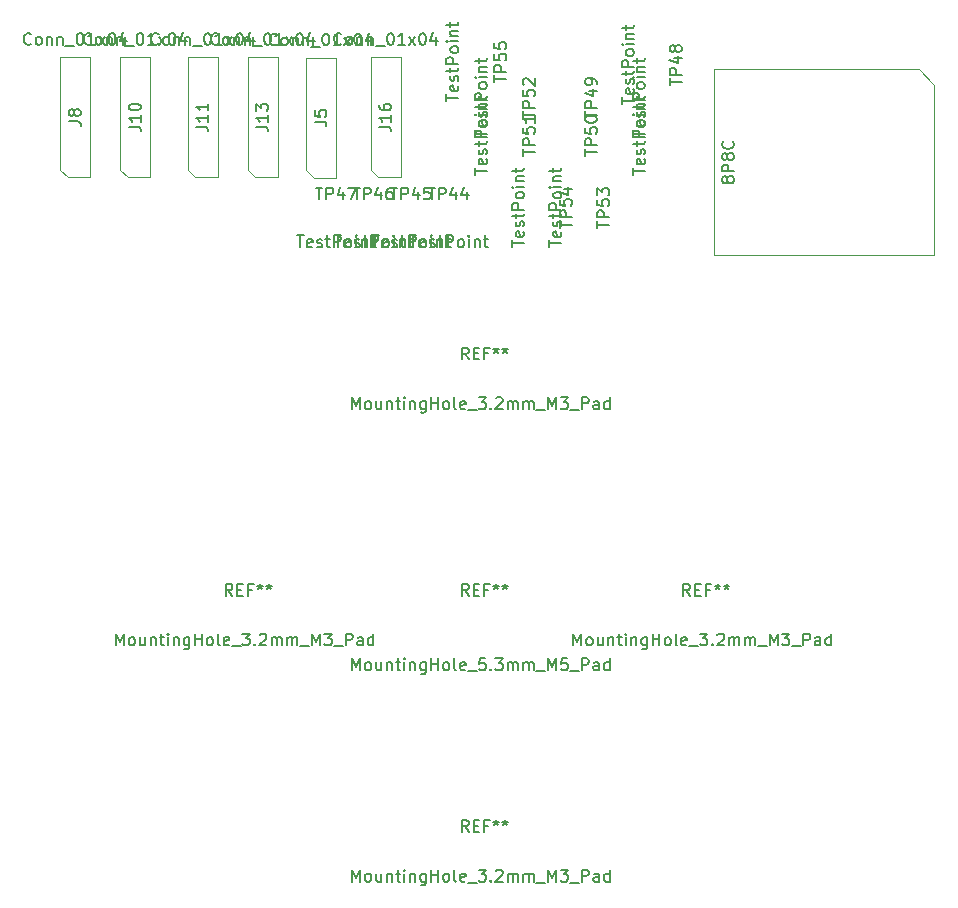
<source format=gbr>
%TF.GenerationSoftware,KiCad,Pcbnew,(5.1.9)-1*%
%TF.CreationDate,2021-04-12T23:12:51+02:00*%
%TF.ProjectId,Version1Female,56657273-696f-46e3-9146-656d616c652e,rev?*%
%TF.SameCoordinates,Original*%
%TF.FileFunction,Other,Fab,Top*%
%FSLAX46Y46*%
G04 Gerber Fmt 4.6, Leading zero omitted, Abs format (unit mm)*
G04 Created by KiCad (PCBNEW (5.1.9)-1) date 2021-04-12 23:12:51*
%MOMM*%
%LPD*%
G01*
G04 APERTURE LIST*
%ADD10C,0.100000*%
%ADD11C,0.150000*%
G04 APERTURE END LIST*
D10*
%TO.C,J5*%
X127495000Y-46405000D02*
X127495000Y-56565000D01*
X124955000Y-46405000D02*
X127495000Y-46405000D01*
X124955000Y-55930000D02*
X124955000Y-46405000D01*
X125590000Y-56565000D02*
X124955000Y-55930000D01*
X127495000Y-56565000D02*
X125590000Y-56565000D01*
%TO.C,J13*%
X122555000Y-46355000D02*
X122555000Y-56515000D01*
X120015000Y-46355000D02*
X122555000Y-46355000D01*
X120015000Y-55880000D02*
X120015000Y-46355000D01*
X120650000Y-56515000D02*
X120015000Y-55880000D01*
X122555000Y-56515000D02*
X120650000Y-56515000D01*
%TO.C,J11*%
X117475000Y-46355000D02*
X117475000Y-56515000D01*
X114935000Y-46355000D02*
X117475000Y-46355000D01*
X114935000Y-55880000D02*
X114935000Y-46355000D01*
X115570000Y-56515000D02*
X114935000Y-55880000D01*
X117475000Y-56515000D02*
X115570000Y-56515000D01*
%TO.C,J16*%
X132960000Y-46355000D02*
X132960000Y-56515000D01*
X130420000Y-46355000D02*
X132960000Y-46355000D01*
X130420000Y-55880000D02*
X130420000Y-46355000D01*
X131055000Y-56515000D02*
X130420000Y-55880000D01*
X132960000Y-56515000D02*
X131055000Y-56515000D01*
%TO.C,J8*%
X106680000Y-46355000D02*
X106680000Y-56515000D01*
X104140000Y-46355000D02*
X106680000Y-46355000D01*
X104140000Y-55880000D02*
X104140000Y-46355000D01*
X104775000Y-56515000D02*
X104140000Y-55880000D01*
X106680000Y-56515000D02*
X104775000Y-56515000D01*
%TO.C,J10*%
X111760000Y-46355000D02*
X111760000Y-56515000D01*
X109220000Y-46355000D02*
X111760000Y-46355000D01*
X109220000Y-55880000D02*
X109220000Y-46355000D01*
X109855000Y-56515000D02*
X109220000Y-55880000D01*
X111760000Y-56515000D02*
X109855000Y-56515000D01*
%TO.C,J49*%
X176830000Y-47345000D02*
X178160000Y-48675000D01*
X159510000Y-63145000D02*
X159510000Y-47345000D01*
X159510000Y-63145000D02*
X178160000Y-63145000D01*
X178160000Y-63145000D02*
X178160000Y-48675000D01*
X176830000Y-47345000D02*
X159510000Y-47345000D01*
%TD*%
%TO.C,J5*%
D11*
X122486904Y-45262142D02*
X122439285Y-45309761D01*
X122296428Y-45357380D01*
X122201190Y-45357380D01*
X122058333Y-45309761D01*
X121963095Y-45214523D01*
X121915476Y-45119285D01*
X121867857Y-44928809D01*
X121867857Y-44785952D01*
X121915476Y-44595476D01*
X121963095Y-44500238D01*
X122058333Y-44405000D01*
X122201190Y-44357380D01*
X122296428Y-44357380D01*
X122439285Y-44405000D01*
X122486904Y-44452619D01*
X123058333Y-45357380D02*
X122963095Y-45309761D01*
X122915476Y-45262142D01*
X122867857Y-45166904D01*
X122867857Y-44881190D01*
X122915476Y-44785952D01*
X122963095Y-44738333D01*
X123058333Y-44690714D01*
X123201190Y-44690714D01*
X123296428Y-44738333D01*
X123344047Y-44785952D01*
X123391666Y-44881190D01*
X123391666Y-45166904D01*
X123344047Y-45262142D01*
X123296428Y-45309761D01*
X123201190Y-45357380D01*
X123058333Y-45357380D01*
X123820238Y-44690714D02*
X123820238Y-45357380D01*
X123820238Y-44785952D02*
X123867857Y-44738333D01*
X123963095Y-44690714D01*
X124105952Y-44690714D01*
X124201190Y-44738333D01*
X124248809Y-44833571D01*
X124248809Y-45357380D01*
X124725000Y-44690714D02*
X124725000Y-45357380D01*
X124725000Y-44785952D02*
X124772619Y-44738333D01*
X124867857Y-44690714D01*
X125010714Y-44690714D01*
X125105952Y-44738333D01*
X125153571Y-44833571D01*
X125153571Y-45357380D01*
X125391666Y-45452619D02*
X126153571Y-45452619D01*
X126582142Y-44357380D02*
X126677380Y-44357380D01*
X126772619Y-44405000D01*
X126820238Y-44452619D01*
X126867857Y-44547857D01*
X126915476Y-44738333D01*
X126915476Y-44976428D01*
X126867857Y-45166904D01*
X126820238Y-45262142D01*
X126772619Y-45309761D01*
X126677380Y-45357380D01*
X126582142Y-45357380D01*
X126486904Y-45309761D01*
X126439285Y-45262142D01*
X126391666Y-45166904D01*
X126344047Y-44976428D01*
X126344047Y-44738333D01*
X126391666Y-44547857D01*
X126439285Y-44452619D01*
X126486904Y-44405000D01*
X126582142Y-44357380D01*
X127867857Y-45357380D02*
X127296428Y-45357380D01*
X127582142Y-45357380D02*
X127582142Y-44357380D01*
X127486904Y-44500238D01*
X127391666Y-44595476D01*
X127296428Y-44643095D01*
X128201190Y-45357380D02*
X128725000Y-44690714D01*
X128201190Y-44690714D02*
X128725000Y-45357380D01*
X129296428Y-44357380D02*
X129391666Y-44357380D01*
X129486904Y-44405000D01*
X129534523Y-44452619D01*
X129582142Y-44547857D01*
X129629761Y-44738333D01*
X129629761Y-44976428D01*
X129582142Y-45166904D01*
X129534523Y-45262142D01*
X129486904Y-45309761D01*
X129391666Y-45357380D01*
X129296428Y-45357380D01*
X129201190Y-45309761D01*
X129153571Y-45262142D01*
X129105952Y-45166904D01*
X129058333Y-44976428D01*
X129058333Y-44738333D01*
X129105952Y-44547857D01*
X129153571Y-44452619D01*
X129201190Y-44405000D01*
X129296428Y-44357380D01*
X130486904Y-44690714D02*
X130486904Y-45357380D01*
X130248809Y-44309761D02*
X130010714Y-45024047D01*
X130629761Y-45024047D01*
X125677380Y-51818333D02*
X126391666Y-51818333D01*
X126534523Y-51865952D01*
X126629761Y-51961190D01*
X126677380Y-52104047D01*
X126677380Y-52199285D01*
X125677380Y-50865952D02*
X125677380Y-51342142D01*
X126153571Y-51389761D01*
X126105952Y-51342142D01*
X126058333Y-51246904D01*
X126058333Y-51008809D01*
X126105952Y-50913571D01*
X126153571Y-50865952D01*
X126248809Y-50818333D01*
X126486904Y-50818333D01*
X126582142Y-50865952D01*
X126629761Y-50913571D01*
X126677380Y-51008809D01*
X126677380Y-51246904D01*
X126629761Y-51342142D01*
X126582142Y-51389761D01*
%TO.C,J13*%
X117546904Y-45212142D02*
X117499285Y-45259761D01*
X117356428Y-45307380D01*
X117261190Y-45307380D01*
X117118333Y-45259761D01*
X117023095Y-45164523D01*
X116975476Y-45069285D01*
X116927857Y-44878809D01*
X116927857Y-44735952D01*
X116975476Y-44545476D01*
X117023095Y-44450238D01*
X117118333Y-44355000D01*
X117261190Y-44307380D01*
X117356428Y-44307380D01*
X117499285Y-44355000D01*
X117546904Y-44402619D01*
X118118333Y-45307380D02*
X118023095Y-45259761D01*
X117975476Y-45212142D01*
X117927857Y-45116904D01*
X117927857Y-44831190D01*
X117975476Y-44735952D01*
X118023095Y-44688333D01*
X118118333Y-44640714D01*
X118261190Y-44640714D01*
X118356428Y-44688333D01*
X118404047Y-44735952D01*
X118451666Y-44831190D01*
X118451666Y-45116904D01*
X118404047Y-45212142D01*
X118356428Y-45259761D01*
X118261190Y-45307380D01*
X118118333Y-45307380D01*
X118880238Y-44640714D02*
X118880238Y-45307380D01*
X118880238Y-44735952D02*
X118927857Y-44688333D01*
X119023095Y-44640714D01*
X119165952Y-44640714D01*
X119261190Y-44688333D01*
X119308809Y-44783571D01*
X119308809Y-45307380D01*
X119785000Y-44640714D02*
X119785000Y-45307380D01*
X119785000Y-44735952D02*
X119832619Y-44688333D01*
X119927857Y-44640714D01*
X120070714Y-44640714D01*
X120165952Y-44688333D01*
X120213571Y-44783571D01*
X120213571Y-45307380D01*
X120451666Y-45402619D02*
X121213571Y-45402619D01*
X121642142Y-44307380D02*
X121737380Y-44307380D01*
X121832619Y-44355000D01*
X121880238Y-44402619D01*
X121927857Y-44497857D01*
X121975476Y-44688333D01*
X121975476Y-44926428D01*
X121927857Y-45116904D01*
X121880238Y-45212142D01*
X121832619Y-45259761D01*
X121737380Y-45307380D01*
X121642142Y-45307380D01*
X121546904Y-45259761D01*
X121499285Y-45212142D01*
X121451666Y-45116904D01*
X121404047Y-44926428D01*
X121404047Y-44688333D01*
X121451666Y-44497857D01*
X121499285Y-44402619D01*
X121546904Y-44355000D01*
X121642142Y-44307380D01*
X122927857Y-45307380D02*
X122356428Y-45307380D01*
X122642142Y-45307380D02*
X122642142Y-44307380D01*
X122546904Y-44450238D01*
X122451666Y-44545476D01*
X122356428Y-44593095D01*
X123261190Y-45307380D02*
X123785000Y-44640714D01*
X123261190Y-44640714D02*
X123785000Y-45307380D01*
X124356428Y-44307380D02*
X124451666Y-44307380D01*
X124546904Y-44355000D01*
X124594523Y-44402619D01*
X124642142Y-44497857D01*
X124689761Y-44688333D01*
X124689761Y-44926428D01*
X124642142Y-45116904D01*
X124594523Y-45212142D01*
X124546904Y-45259761D01*
X124451666Y-45307380D01*
X124356428Y-45307380D01*
X124261190Y-45259761D01*
X124213571Y-45212142D01*
X124165952Y-45116904D01*
X124118333Y-44926428D01*
X124118333Y-44688333D01*
X124165952Y-44497857D01*
X124213571Y-44402619D01*
X124261190Y-44355000D01*
X124356428Y-44307380D01*
X125546904Y-44640714D02*
X125546904Y-45307380D01*
X125308809Y-44259761D02*
X125070714Y-44974047D01*
X125689761Y-44974047D01*
X120737380Y-52244523D02*
X121451666Y-52244523D01*
X121594523Y-52292142D01*
X121689761Y-52387380D01*
X121737380Y-52530238D01*
X121737380Y-52625476D01*
X121737380Y-51244523D02*
X121737380Y-51815952D01*
X121737380Y-51530238D02*
X120737380Y-51530238D01*
X120880238Y-51625476D01*
X120975476Y-51720714D01*
X121023095Y-51815952D01*
X120737380Y-50911190D02*
X120737380Y-50292142D01*
X121118333Y-50625476D01*
X121118333Y-50482619D01*
X121165952Y-50387380D01*
X121213571Y-50339761D01*
X121308809Y-50292142D01*
X121546904Y-50292142D01*
X121642142Y-50339761D01*
X121689761Y-50387380D01*
X121737380Y-50482619D01*
X121737380Y-50768333D01*
X121689761Y-50863571D01*
X121642142Y-50911190D01*
%TO.C,J11*%
X112466904Y-45212142D02*
X112419285Y-45259761D01*
X112276428Y-45307380D01*
X112181190Y-45307380D01*
X112038333Y-45259761D01*
X111943095Y-45164523D01*
X111895476Y-45069285D01*
X111847857Y-44878809D01*
X111847857Y-44735952D01*
X111895476Y-44545476D01*
X111943095Y-44450238D01*
X112038333Y-44355000D01*
X112181190Y-44307380D01*
X112276428Y-44307380D01*
X112419285Y-44355000D01*
X112466904Y-44402619D01*
X113038333Y-45307380D02*
X112943095Y-45259761D01*
X112895476Y-45212142D01*
X112847857Y-45116904D01*
X112847857Y-44831190D01*
X112895476Y-44735952D01*
X112943095Y-44688333D01*
X113038333Y-44640714D01*
X113181190Y-44640714D01*
X113276428Y-44688333D01*
X113324047Y-44735952D01*
X113371666Y-44831190D01*
X113371666Y-45116904D01*
X113324047Y-45212142D01*
X113276428Y-45259761D01*
X113181190Y-45307380D01*
X113038333Y-45307380D01*
X113800238Y-44640714D02*
X113800238Y-45307380D01*
X113800238Y-44735952D02*
X113847857Y-44688333D01*
X113943095Y-44640714D01*
X114085952Y-44640714D01*
X114181190Y-44688333D01*
X114228809Y-44783571D01*
X114228809Y-45307380D01*
X114705000Y-44640714D02*
X114705000Y-45307380D01*
X114705000Y-44735952D02*
X114752619Y-44688333D01*
X114847857Y-44640714D01*
X114990714Y-44640714D01*
X115085952Y-44688333D01*
X115133571Y-44783571D01*
X115133571Y-45307380D01*
X115371666Y-45402619D02*
X116133571Y-45402619D01*
X116562142Y-44307380D02*
X116657380Y-44307380D01*
X116752619Y-44355000D01*
X116800238Y-44402619D01*
X116847857Y-44497857D01*
X116895476Y-44688333D01*
X116895476Y-44926428D01*
X116847857Y-45116904D01*
X116800238Y-45212142D01*
X116752619Y-45259761D01*
X116657380Y-45307380D01*
X116562142Y-45307380D01*
X116466904Y-45259761D01*
X116419285Y-45212142D01*
X116371666Y-45116904D01*
X116324047Y-44926428D01*
X116324047Y-44688333D01*
X116371666Y-44497857D01*
X116419285Y-44402619D01*
X116466904Y-44355000D01*
X116562142Y-44307380D01*
X117847857Y-45307380D02*
X117276428Y-45307380D01*
X117562142Y-45307380D02*
X117562142Y-44307380D01*
X117466904Y-44450238D01*
X117371666Y-44545476D01*
X117276428Y-44593095D01*
X118181190Y-45307380D02*
X118705000Y-44640714D01*
X118181190Y-44640714D02*
X118705000Y-45307380D01*
X119276428Y-44307380D02*
X119371666Y-44307380D01*
X119466904Y-44355000D01*
X119514523Y-44402619D01*
X119562142Y-44497857D01*
X119609761Y-44688333D01*
X119609761Y-44926428D01*
X119562142Y-45116904D01*
X119514523Y-45212142D01*
X119466904Y-45259761D01*
X119371666Y-45307380D01*
X119276428Y-45307380D01*
X119181190Y-45259761D01*
X119133571Y-45212142D01*
X119085952Y-45116904D01*
X119038333Y-44926428D01*
X119038333Y-44688333D01*
X119085952Y-44497857D01*
X119133571Y-44402619D01*
X119181190Y-44355000D01*
X119276428Y-44307380D01*
X120466904Y-44640714D02*
X120466904Y-45307380D01*
X120228809Y-44259761D02*
X119990714Y-44974047D01*
X120609761Y-44974047D01*
X115657380Y-52244523D02*
X116371666Y-52244523D01*
X116514523Y-52292142D01*
X116609761Y-52387380D01*
X116657380Y-52530238D01*
X116657380Y-52625476D01*
X116657380Y-51244523D02*
X116657380Y-51815952D01*
X116657380Y-51530238D02*
X115657380Y-51530238D01*
X115800238Y-51625476D01*
X115895476Y-51720714D01*
X115943095Y-51815952D01*
X116657380Y-50292142D02*
X116657380Y-50863571D01*
X116657380Y-50577857D02*
X115657380Y-50577857D01*
X115800238Y-50673095D01*
X115895476Y-50768333D01*
X115943095Y-50863571D01*
%TO.C,J16*%
X127951904Y-45212142D02*
X127904285Y-45259761D01*
X127761428Y-45307380D01*
X127666190Y-45307380D01*
X127523333Y-45259761D01*
X127428095Y-45164523D01*
X127380476Y-45069285D01*
X127332857Y-44878809D01*
X127332857Y-44735952D01*
X127380476Y-44545476D01*
X127428095Y-44450238D01*
X127523333Y-44355000D01*
X127666190Y-44307380D01*
X127761428Y-44307380D01*
X127904285Y-44355000D01*
X127951904Y-44402619D01*
X128523333Y-45307380D02*
X128428095Y-45259761D01*
X128380476Y-45212142D01*
X128332857Y-45116904D01*
X128332857Y-44831190D01*
X128380476Y-44735952D01*
X128428095Y-44688333D01*
X128523333Y-44640714D01*
X128666190Y-44640714D01*
X128761428Y-44688333D01*
X128809047Y-44735952D01*
X128856666Y-44831190D01*
X128856666Y-45116904D01*
X128809047Y-45212142D01*
X128761428Y-45259761D01*
X128666190Y-45307380D01*
X128523333Y-45307380D01*
X129285238Y-44640714D02*
X129285238Y-45307380D01*
X129285238Y-44735952D02*
X129332857Y-44688333D01*
X129428095Y-44640714D01*
X129570952Y-44640714D01*
X129666190Y-44688333D01*
X129713809Y-44783571D01*
X129713809Y-45307380D01*
X130190000Y-44640714D02*
X130190000Y-45307380D01*
X130190000Y-44735952D02*
X130237619Y-44688333D01*
X130332857Y-44640714D01*
X130475714Y-44640714D01*
X130570952Y-44688333D01*
X130618571Y-44783571D01*
X130618571Y-45307380D01*
X130856666Y-45402619D02*
X131618571Y-45402619D01*
X132047142Y-44307380D02*
X132142380Y-44307380D01*
X132237619Y-44355000D01*
X132285238Y-44402619D01*
X132332857Y-44497857D01*
X132380476Y-44688333D01*
X132380476Y-44926428D01*
X132332857Y-45116904D01*
X132285238Y-45212142D01*
X132237619Y-45259761D01*
X132142380Y-45307380D01*
X132047142Y-45307380D01*
X131951904Y-45259761D01*
X131904285Y-45212142D01*
X131856666Y-45116904D01*
X131809047Y-44926428D01*
X131809047Y-44688333D01*
X131856666Y-44497857D01*
X131904285Y-44402619D01*
X131951904Y-44355000D01*
X132047142Y-44307380D01*
X133332857Y-45307380D02*
X132761428Y-45307380D01*
X133047142Y-45307380D02*
X133047142Y-44307380D01*
X132951904Y-44450238D01*
X132856666Y-44545476D01*
X132761428Y-44593095D01*
X133666190Y-45307380D02*
X134190000Y-44640714D01*
X133666190Y-44640714D02*
X134190000Y-45307380D01*
X134761428Y-44307380D02*
X134856666Y-44307380D01*
X134951904Y-44355000D01*
X134999523Y-44402619D01*
X135047142Y-44497857D01*
X135094761Y-44688333D01*
X135094761Y-44926428D01*
X135047142Y-45116904D01*
X134999523Y-45212142D01*
X134951904Y-45259761D01*
X134856666Y-45307380D01*
X134761428Y-45307380D01*
X134666190Y-45259761D01*
X134618571Y-45212142D01*
X134570952Y-45116904D01*
X134523333Y-44926428D01*
X134523333Y-44688333D01*
X134570952Y-44497857D01*
X134618571Y-44402619D01*
X134666190Y-44355000D01*
X134761428Y-44307380D01*
X135951904Y-44640714D02*
X135951904Y-45307380D01*
X135713809Y-44259761D02*
X135475714Y-44974047D01*
X136094761Y-44974047D01*
X131142380Y-52244523D02*
X131856666Y-52244523D01*
X131999523Y-52292142D01*
X132094761Y-52387380D01*
X132142380Y-52530238D01*
X132142380Y-52625476D01*
X132142380Y-51244523D02*
X132142380Y-51815952D01*
X132142380Y-51530238D02*
X131142380Y-51530238D01*
X131285238Y-51625476D01*
X131380476Y-51720714D01*
X131428095Y-51815952D01*
X131142380Y-50387380D02*
X131142380Y-50577857D01*
X131190000Y-50673095D01*
X131237619Y-50720714D01*
X131380476Y-50815952D01*
X131570952Y-50863571D01*
X131951904Y-50863571D01*
X132047142Y-50815952D01*
X132094761Y-50768333D01*
X132142380Y-50673095D01*
X132142380Y-50482619D01*
X132094761Y-50387380D01*
X132047142Y-50339761D01*
X131951904Y-50292142D01*
X131713809Y-50292142D01*
X131618571Y-50339761D01*
X131570952Y-50387380D01*
X131523333Y-50482619D01*
X131523333Y-50673095D01*
X131570952Y-50768333D01*
X131618571Y-50815952D01*
X131713809Y-50863571D01*
%TO.C,J8*%
X101671904Y-45212142D02*
X101624285Y-45259761D01*
X101481428Y-45307380D01*
X101386190Y-45307380D01*
X101243333Y-45259761D01*
X101148095Y-45164523D01*
X101100476Y-45069285D01*
X101052857Y-44878809D01*
X101052857Y-44735952D01*
X101100476Y-44545476D01*
X101148095Y-44450238D01*
X101243333Y-44355000D01*
X101386190Y-44307380D01*
X101481428Y-44307380D01*
X101624285Y-44355000D01*
X101671904Y-44402619D01*
X102243333Y-45307380D02*
X102148095Y-45259761D01*
X102100476Y-45212142D01*
X102052857Y-45116904D01*
X102052857Y-44831190D01*
X102100476Y-44735952D01*
X102148095Y-44688333D01*
X102243333Y-44640714D01*
X102386190Y-44640714D01*
X102481428Y-44688333D01*
X102529047Y-44735952D01*
X102576666Y-44831190D01*
X102576666Y-45116904D01*
X102529047Y-45212142D01*
X102481428Y-45259761D01*
X102386190Y-45307380D01*
X102243333Y-45307380D01*
X103005238Y-44640714D02*
X103005238Y-45307380D01*
X103005238Y-44735952D02*
X103052857Y-44688333D01*
X103148095Y-44640714D01*
X103290952Y-44640714D01*
X103386190Y-44688333D01*
X103433809Y-44783571D01*
X103433809Y-45307380D01*
X103910000Y-44640714D02*
X103910000Y-45307380D01*
X103910000Y-44735952D02*
X103957619Y-44688333D01*
X104052857Y-44640714D01*
X104195714Y-44640714D01*
X104290952Y-44688333D01*
X104338571Y-44783571D01*
X104338571Y-45307380D01*
X104576666Y-45402619D02*
X105338571Y-45402619D01*
X105767142Y-44307380D02*
X105862380Y-44307380D01*
X105957619Y-44355000D01*
X106005238Y-44402619D01*
X106052857Y-44497857D01*
X106100476Y-44688333D01*
X106100476Y-44926428D01*
X106052857Y-45116904D01*
X106005238Y-45212142D01*
X105957619Y-45259761D01*
X105862380Y-45307380D01*
X105767142Y-45307380D01*
X105671904Y-45259761D01*
X105624285Y-45212142D01*
X105576666Y-45116904D01*
X105529047Y-44926428D01*
X105529047Y-44688333D01*
X105576666Y-44497857D01*
X105624285Y-44402619D01*
X105671904Y-44355000D01*
X105767142Y-44307380D01*
X107052857Y-45307380D02*
X106481428Y-45307380D01*
X106767142Y-45307380D02*
X106767142Y-44307380D01*
X106671904Y-44450238D01*
X106576666Y-44545476D01*
X106481428Y-44593095D01*
X107386190Y-45307380D02*
X107910000Y-44640714D01*
X107386190Y-44640714D02*
X107910000Y-45307380D01*
X108481428Y-44307380D02*
X108576666Y-44307380D01*
X108671904Y-44355000D01*
X108719523Y-44402619D01*
X108767142Y-44497857D01*
X108814761Y-44688333D01*
X108814761Y-44926428D01*
X108767142Y-45116904D01*
X108719523Y-45212142D01*
X108671904Y-45259761D01*
X108576666Y-45307380D01*
X108481428Y-45307380D01*
X108386190Y-45259761D01*
X108338571Y-45212142D01*
X108290952Y-45116904D01*
X108243333Y-44926428D01*
X108243333Y-44688333D01*
X108290952Y-44497857D01*
X108338571Y-44402619D01*
X108386190Y-44355000D01*
X108481428Y-44307380D01*
X109671904Y-44640714D02*
X109671904Y-45307380D01*
X109433809Y-44259761D02*
X109195714Y-44974047D01*
X109814761Y-44974047D01*
X104862380Y-51768333D02*
X105576666Y-51768333D01*
X105719523Y-51815952D01*
X105814761Y-51911190D01*
X105862380Y-52054047D01*
X105862380Y-52149285D01*
X105290952Y-51149285D02*
X105243333Y-51244523D01*
X105195714Y-51292142D01*
X105100476Y-51339761D01*
X105052857Y-51339761D01*
X104957619Y-51292142D01*
X104910000Y-51244523D01*
X104862380Y-51149285D01*
X104862380Y-50958809D01*
X104910000Y-50863571D01*
X104957619Y-50815952D01*
X105052857Y-50768333D01*
X105100476Y-50768333D01*
X105195714Y-50815952D01*
X105243333Y-50863571D01*
X105290952Y-50958809D01*
X105290952Y-51149285D01*
X105338571Y-51244523D01*
X105386190Y-51292142D01*
X105481428Y-51339761D01*
X105671904Y-51339761D01*
X105767142Y-51292142D01*
X105814761Y-51244523D01*
X105862380Y-51149285D01*
X105862380Y-50958809D01*
X105814761Y-50863571D01*
X105767142Y-50815952D01*
X105671904Y-50768333D01*
X105481428Y-50768333D01*
X105386190Y-50815952D01*
X105338571Y-50863571D01*
X105290952Y-50958809D01*
%TO.C,J10*%
X106751904Y-45212142D02*
X106704285Y-45259761D01*
X106561428Y-45307380D01*
X106466190Y-45307380D01*
X106323333Y-45259761D01*
X106228095Y-45164523D01*
X106180476Y-45069285D01*
X106132857Y-44878809D01*
X106132857Y-44735952D01*
X106180476Y-44545476D01*
X106228095Y-44450238D01*
X106323333Y-44355000D01*
X106466190Y-44307380D01*
X106561428Y-44307380D01*
X106704285Y-44355000D01*
X106751904Y-44402619D01*
X107323333Y-45307380D02*
X107228095Y-45259761D01*
X107180476Y-45212142D01*
X107132857Y-45116904D01*
X107132857Y-44831190D01*
X107180476Y-44735952D01*
X107228095Y-44688333D01*
X107323333Y-44640714D01*
X107466190Y-44640714D01*
X107561428Y-44688333D01*
X107609047Y-44735952D01*
X107656666Y-44831190D01*
X107656666Y-45116904D01*
X107609047Y-45212142D01*
X107561428Y-45259761D01*
X107466190Y-45307380D01*
X107323333Y-45307380D01*
X108085238Y-44640714D02*
X108085238Y-45307380D01*
X108085238Y-44735952D02*
X108132857Y-44688333D01*
X108228095Y-44640714D01*
X108370952Y-44640714D01*
X108466190Y-44688333D01*
X108513809Y-44783571D01*
X108513809Y-45307380D01*
X108990000Y-44640714D02*
X108990000Y-45307380D01*
X108990000Y-44735952D02*
X109037619Y-44688333D01*
X109132857Y-44640714D01*
X109275714Y-44640714D01*
X109370952Y-44688333D01*
X109418571Y-44783571D01*
X109418571Y-45307380D01*
X109656666Y-45402619D02*
X110418571Y-45402619D01*
X110847142Y-44307380D02*
X110942380Y-44307380D01*
X111037619Y-44355000D01*
X111085238Y-44402619D01*
X111132857Y-44497857D01*
X111180476Y-44688333D01*
X111180476Y-44926428D01*
X111132857Y-45116904D01*
X111085238Y-45212142D01*
X111037619Y-45259761D01*
X110942380Y-45307380D01*
X110847142Y-45307380D01*
X110751904Y-45259761D01*
X110704285Y-45212142D01*
X110656666Y-45116904D01*
X110609047Y-44926428D01*
X110609047Y-44688333D01*
X110656666Y-44497857D01*
X110704285Y-44402619D01*
X110751904Y-44355000D01*
X110847142Y-44307380D01*
X112132857Y-45307380D02*
X111561428Y-45307380D01*
X111847142Y-45307380D02*
X111847142Y-44307380D01*
X111751904Y-44450238D01*
X111656666Y-44545476D01*
X111561428Y-44593095D01*
X112466190Y-45307380D02*
X112990000Y-44640714D01*
X112466190Y-44640714D02*
X112990000Y-45307380D01*
X113561428Y-44307380D02*
X113656666Y-44307380D01*
X113751904Y-44355000D01*
X113799523Y-44402619D01*
X113847142Y-44497857D01*
X113894761Y-44688333D01*
X113894761Y-44926428D01*
X113847142Y-45116904D01*
X113799523Y-45212142D01*
X113751904Y-45259761D01*
X113656666Y-45307380D01*
X113561428Y-45307380D01*
X113466190Y-45259761D01*
X113418571Y-45212142D01*
X113370952Y-45116904D01*
X113323333Y-44926428D01*
X113323333Y-44688333D01*
X113370952Y-44497857D01*
X113418571Y-44402619D01*
X113466190Y-44355000D01*
X113561428Y-44307380D01*
X114751904Y-44640714D02*
X114751904Y-45307380D01*
X114513809Y-44259761D02*
X114275714Y-44974047D01*
X114894761Y-44974047D01*
X109942380Y-52244523D02*
X110656666Y-52244523D01*
X110799523Y-52292142D01*
X110894761Y-52387380D01*
X110942380Y-52530238D01*
X110942380Y-52625476D01*
X110942380Y-51244523D02*
X110942380Y-51815952D01*
X110942380Y-51530238D02*
X109942380Y-51530238D01*
X110085238Y-51625476D01*
X110180476Y-51720714D01*
X110228095Y-51815952D01*
X109942380Y-50625476D02*
X109942380Y-50530238D01*
X109990000Y-50435000D01*
X110037619Y-50387380D01*
X110132857Y-50339761D01*
X110323333Y-50292142D01*
X110561428Y-50292142D01*
X110751904Y-50339761D01*
X110847142Y-50387380D01*
X110894761Y-50435000D01*
X110942380Y-50530238D01*
X110942380Y-50625476D01*
X110894761Y-50720714D01*
X110847142Y-50768333D01*
X110751904Y-50815952D01*
X110561428Y-50863571D01*
X110323333Y-50863571D01*
X110132857Y-50815952D01*
X110037619Y-50768333D01*
X109990000Y-50720714D01*
X109942380Y-50625476D01*
%TO.C,TP44*%
X133699666Y-61446380D02*
X134271095Y-61446380D01*
X133985380Y-62446380D02*
X133985380Y-61446380D01*
X134985380Y-62398761D02*
X134890142Y-62446380D01*
X134699666Y-62446380D01*
X134604428Y-62398761D01*
X134556809Y-62303523D01*
X134556809Y-61922571D01*
X134604428Y-61827333D01*
X134699666Y-61779714D01*
X134890142Y-61779714D01*
X134985380Y-61827333D01*
X135033000Y-61922571D01*
X135033000Y-62017809D01*
X134556809Y-62113047D01*
X135413952Y-62398761D02*
X135509190Y-62446380D01*
X135699666Y-62446380D01*
X135794904Y-62398761D01*
X135842523Y-62303523D01*
X135842523Y-62255904D01*
X135794904Y-62160666D01*
X135699666Y-62113047D01*
X135556809Y-62113047D01*
X135461571Y-62065428D01*
X135413952Y-61970190D01*
X135413952Y-61922571D01*
X135461571Y-61827333D01*
X135556809Y-61779714D01*
X135699666Y-61779714D01*
X135794904Y-61827333D01*
X136128238Y-61779714D02*
X136509190Y-61779714D01*
X136271095Y-61446380D02*
X136271095Y-62303523D01*
X136318714Y-62398761D01*
X136413952Y-62446380D01*
X136509190Y-62446380D01*
X136842523Y-62446380D02*
X136842523Y-61446380D01*
X137223476Y-61446380D01*
X137318714Y-61494000D01*
X137366333Y-61541619D01*
X137413952Y-61636857D01*
X137413952Y-61779714D01*
X137366333Y-61874952D01*
X137318714Y-61922571D01*
X137223476Y-61970190D01*
X136842523Y-61970190D01*
X137985380Y-62446380D02*
X137890142Y-62398761D01*
X137842523Y-62351142D01*
X137794904Y-62255904D01*
X137794904Y-61970190D01*
X137842523Y-61874952D01*
X137890142Y-61827333D01*
X137985380Y-61779714D01*
X138128238Y-61779714D01*
X138223476Y-61827333D01*
X138271095Y-61874952D01*
X138318714Y-61970190D01*
X138318714Y-62255904D01*
X138271095Y-62351142D01*
X138223476Y-62398761D01*
X138128238Y-62446380D01*
X137985380Y-62446380D01*
X138747285Y-62446380D02*
X138747285Y-61779714D01*
X138747285Y-61446380D02*
X138699666Y-61494000D01*
X138747285Y-61541619D01*
X138794904Y-61494000D01*
X138747285Y-61446380D01*
X138747285Y-61541619D01*
X139223476Y-61779714D02*
X139223476Y-62446380D01*
X139223476Y-61874952D02*
X139271095Y-61827333D01*
X139366333Y-61779714D01*
X139509190Y-61779714D01*
X139604428Y-61827333D01*
X139652047Y-61922571D01*
X139652047Y-62446380D01*
X139985380Y-61779714D02*
X140366333Y-61779714D01*
X140128238Y-61446380D02*
X140128238Y-62303523D01*
X140175857Y-62398761D01*
X140271095Y-62446380D01*
X140366333Y-62446380D01*
X135294904Y-57396380D02*
X135866333Y-57396380D01*
X135580619Y-58396380D02*
X135580619Y-57396380D01*
X136199666Y-58396380D02*
X136199666Y-57396380D01*
X136580619Y-57396380D01*
X136675857Y-57444000D01*
X136723476Y-57491619D01*
X136771095Y-57586857D01*
X136771095Y-57729714D01*
X136723476Y-57824952D01*
X136675857Y-57872571D01*
X136580619Y-57920190D01*
X136199666Y-57920190D01*
X137628238Y-57729714D02*
X137628238Y-58396380D01*
X137390142Y-57348761D02*
X137152047Y-58063047D01*
X137771095Y-58063047D01*
X138580619Y-57729714D02*
X138580619Y-58396380D01*
X138342523Y-57348761D02*
X138104428Y-58063047D01*
X138723476Y-58063047D01*
%TO.C,REF\u002A\u002A*%
X128845238Y-76152380D02*
X128845238Y-75152380D01*
X129178571Y-75866666D01*
X129511904Y-75152380D01*
X129511904Y-76152380D01*
X130130952Y-76152380D02*
X130035714Y-76104761D01*
X129988095Y-76057142D01*
X129940476Y-75961904D01*
X129940476Y-75676190D01*
X129988095Y-75580952D01*
X130035714Y-75533333D01*
X130130952Y-75485714D01*
X130273809Y-75485714D01*
X130369047Y-75533333D01*
X130416666Y-75580952D01*
X130464285Y-75676190D01*
X130464285Y-75961904D01*
X130416666Y-76057142D01*
X130369047Y-76104761D01*
X130273809Y-76152380D01*
X130130952Y-76152380D01*
X131321428Y-75485714D02*
X131321428Y-76152380D01*
X130892857Y-75485714D02*
X130892857Y-76009523D01*
X130940476Y-76104761D01*
X131035714Y-76152380D01*
X131178571Y-76152380D01*
X131273809Y-76104761D01*
X131321428Y-76057142D01*
X131797619Y-75485714D02*
X131797619Y-76152380D01*
X131797619Y-75580952D02*
X131845238Y-75533333D01*
X131940476Y-75485714D01*
X132083333Y-75485714D01*
X132178571Y-75533333D01*
X132226190Y-75628571D01*
X132226190Y-76152380D01*
X132559523Y-75485714D02*
X132940476Y-75485714D01*
X132702380Y-75152380D02*
X132702380Y-76009523D01*
X132750000Y-76104761D01*
X132845238Y-76152380D01*
X132940476Y-76152380D01*
X133273809Y-76152380D02*
X133273809Y-75485714D01*
X133273809Y-75152380D02*
X133226190Y-75200000D01*
X133273809Y-75247619D01*
X133321428Y-75200000D01*
X133273809Y-75152380D01*
X133273809Y-75247619D01*
X133749999Y-75485714D02*
X133749999Y-76152380D01*
X133749999Y-75580952D02*
X133797619Y-75533333D01*
X133892857Y-75485714D01*
X134035714Y-75485714D01*
X134130952Y-75533333D01*
X134178571Y-75628571D01*
X134178571Y-76152380D01*
X135083333Y-75485714D02*
X135083333Y-76295238D01*
X135035714Y-76390476D01*
X134988095Y-76438095D01*
X134892857Y-76485714D01*
X134750000Y-76485714D01*
X134654761Y-76438095D01*
X135083333Y-76104761D02*
X134988095Y-76152380D01*
X134797619Y-76152380D01*
X134702380Y-76104761D01*
X134654761Y-76057142D01*
X134607142Y-75961904D01*
X134607142Y-75676190D01*
X134654761Y-75580952D01*
X134702380Y-75533333D01*
X134797619Y-75485714D01*
X134988095Y-75485714D01*
X135083333Y-75533333D01*
X135559523Y-76152380D02*
X135559523Y-75152380D01*
X135559523Y-75628571D02*
X136130952Y-75628571D01*
X136130952Y-76152380D02*
X136130952Y-75152380D01*
X136750000Y-76152380D02*
X136654761Y-76104761D01*
X136607142Y-76057142D01*
X136559523Y-75961904D01*
X136559523Y-75676190D01*
X136607142Y-75580952D01*
X136654761Y-75533333D01*
X136750000Y-75485714D01*
X136892857Y-75485714D01*
X136988095Y-75533333D01*
X137035714Y-75580952D01*
X137083333Y-75676190D01*
X137083333Y-75961904D01*
X137035714Y-76057142D01*
X136988095Y-76104761D01*
X136892857Y-76152380D01*
X136750000Y-76152380D01*
X137654761Y-76152380D02*
X137559523Y-76104761D01*
X137511904Y-76009523D01*
X137511904Y-75152380D01*
X138416666Y-76104761D02*
X138321428Y-76152380D01*
X138130952Y-76152380D01*
X138035714Y-76104761D01*
X137988095Y-76009523D01*
X137988095Y-75628571D01*
X138035714Y-75533333D01*
X138130952Y-75485714D01*
X138321428Y-75485714D01*
X138416666Y-75533333D01*
X138464285Y-75628571D01*
X138464285Y-75723809D01*
X137988095Y-75819047D01*
X138654761Y-76247619D02*
X139416666Y-76247619D01*
X139559523Y-75152380D02*
X140178571Y-75152380D01*
X139845238Y-75533333D01*
X139988095Y-75533333D01*
X140083333Y-75580952D01*
X140130952Y-75628571D01*
X140178571Y-75723809D01*
X140178571Y-75961904D01*
X140130952Y-76057142D01*
X140083333Y-76104761D01*
X139988095Y-76152380D01*
X139702380Y-76152380D01*
X139607142Y-76104761D01*
X139559523Y-76057142D01*
X140607142Y-76057142D02*
X140654761Y-76104761D01*
X140607142Y-76152380D01*
X140559523Y-76104761D01*
X140607142Y-76057142D01*
X140607142Y-76152380D01*
X141035714Y-75247619D02*
X141083333Y-75200000D01*
X141178571Y-75152380D01*
X141416666Y-75152380D01*
X141511904Y-75200000D01*
X141559523Y-75247619D01*
X141607142Y-75342857D01*
X141607142Y-75438095D01*
X141559523Y-75580952D01*
X140988095Y-76152380D01*
X141607142Y-76152380D01*
X142035714Y-76152380D02*
X142035714Y-75485714D01*
X142035714Y-75580952D02*
X142083333Y-75533333D01*
X142178571Y-75485714D01*
X142321428Y-75485714D01*
X142416666Y-75533333D01*
X142464285Y-75628571D01*
X142464285Y-76152380D01*
X142464285Y-75628571D02*
X142511904Y-75533333D01*
X142607142Y-75485714D01*
X142750000Y-75485714D01*
X142845238Y-75533333D01*
X142892857Y-75628571D01*
X142892857Y-76152380D01*
X143369047Y-76152380D02*
X143369047Y-75485714D01*
X143369047Y-75580952D02*
X143416666Y-75533333D01*
X143511904Y-75485714D01*
X143654761Y-75485714D01*
X143750000Y-75533333D01*
X143797619Y-75628571D01*
X143797619Y-76152380D01*
X143797619Y-75628571D02*
X143845238Y-75533333D01*
X143940476Y-75485714D01*
X144083333Y-75485714D01*
X144178571Y-75533333D01*
X144226190Y-75628571D01*
X144226190Y-76152380D01*
X144464285Y-76247619D02*
X145226190Y-76247619D01*
X145464285Y-76152380D02*
X145464285Y-75152380D01*
X145797619Y-75866666D01*
X146130952Y-75152380D01*
X146130952Y-76152380D01*
X146511904Y-75152380D02*
X147130952Y-75152380D01*
X146797619Y-75533333D01*
X146940476Y-75533333D01*
X147035714Y-75580952D01*
X147083333Y-75628571D01*
X147130952Y-75723809D01*
X147130952Y-75961904D01*
X147083333Y-76057142D01*
X147035714Y-76104761D01*
X146940476Y-76152380D01*
X146654761Y-76152380D01*
X146559523Y-76104761D01*
X146511904Y-76057142D01*
X147321428Y-76247619D02*
X148083333Y-76247619D01*
X148321428Y-76152380D02*
X148321428Y-75152380D01*
X148702380Y-75152380D01*
X148797619Y-75200000D01*
X148845238Y-75247619D01*
X148892857Y-75342857D01*
X148892857Y-75485714D01*
X148845238Y-75580952D01*
X148797619Y-75628571D01*
X148702380Y-75676190D01*
X148321428Y-75676190D01*
X149750000Y-76152380D02*
X149750000Y-75628571D01*
X149702380Y-75533333D01*
X149607142Y-75485714D01*
X149416666Y-75485714D01*
X149321428Y-75533333D01*
X149750000Y-76104761D02*
X149654761Y-76152380D01*
X149416666Y-76152380D01*
X149321428Y-76104761D01*
X149273809Y-76009523D01*
X149273809Y-75914285D01*
X149321428Y-75819047D01*
X149416666Y-75771428D01*
X149654761Y-75771428D01*
X149750000Y-75723809D01*
X150654761Y-76152380D02*
X150654761Y-75152380D01*
X150654761Y-76104761D02*
X150559523Y-76152380D01*
X150369047Y-76152380D01*
X150273809Y-76104761D01*
X150226190Y-76057142D01*
X150178571Y-75961904D01*
X150178571Y-75676190D01*
X150226190Y-75580952D01*
X150273809Y-75533333D01*
X150369047Y-75485714D01*
X150559523Y-75485714D01*
X150654761Y-75533333D01*
X138716666Y-71952380D02*
X138383333Y-71476190D01*
X138145238Y-71952380D02*
X138145238Y-70952380D01*
X138526190Y-70952380D01*
X138621428Y-71000000D01*
X138669047Y-71047619D01*
X138716666Y-71142857D01*
X138716666Y-71285714D01*
X138669047Y-71380952D01*
X138621428Y-71428571D01*
X138526190Y-71476190D01*
X138145238Y-71476190D01*
X139145238Y-71428571D02*
X139478571Y-71428571D01*
X139621428Y-71952380D02*
X139145238Y-71952380D01*
X139145238Y-70952380D01*
X139621428Y-70952380D01*
X140383333Y-71428571D02*
X140050000Y-71428571D01*
X140050000Y-71952380D02*
X140050000Y-70952380D01*
X140526190Y-70952380D01*
X141050000Y-70952380D02*
X141050000Y-71190476D01*
X140811904Y-71095238D02*
X141050000Y-71190476D01*
X141288095Y-71095238D01*
X140907142Y-71380952D02*
X141050000Y-71190476D01*
X141192857Y-71380952D01*
X141811904Y-70952380D02*
X141811904Y-71190476D01*
X141573809Y-71095238D02*
X141811904Y-71190476D01*
X142050000Y-71095238D01*
X141669047Y-71380952D02*
X141811904Y-71190476D01*
X141954761Y-71380952D01*
X108845238Y-96152380D02*
X108845238Y-95152380D01*
X109178571Y-95866666D01*
X109511904Y-95152380D01*
X109511904Y-96152380D01*
X110130952Y-96152380D02*
X110035714Y-96104761D01*
X109988095Y-96057142D01*
X109940476Y-95961904D01*
X109940476Y-95676190D01*
X109988095Y-95580952D01*
X110035714Y-95533333D01*
X110130952Y-95485714D01*
X110273809Y-95485714D01*
X110369047Y-95533333D01*
X110416666Y-95580952D01*
X110464285Y-95676190D01*
X110464285Y-95961904D01*
X110416666Y-96057142D01*
X110369047Y-96104761D01*
X110273809Y-96152380D01*
X110130952Y-96152380D01*
X111321428Y-95485714D02*
X111321428Y-96152380D01*
X110892857Y-95485714D02*
X110892857Y-96009523D01*
X110940476Y-96104761D01*
X111035714Y-96152380D01*
X111178571Y-96152380D01*
X111273809Y-96104761D01*
X111321428Y-96057142D01*
X111797619Y-95485714D02*
X111797619Y-96152380D01*
X111797619Y-95580952D02*
X111845238Y-95533333D01*
X111940476Y-95485714D01*
X112083333Y-95485714D01*
X112178571Y-95533333D01*
X112226190Y-95628571D01*
X112226190Y-96152380D01*
X112559523Y-95485714D02*
X112940476Y-95485714D01*
X112702380Y-95152380D02*
X112702380Y-96009523D01*
X112750000Y-96104761D01*
X112845238Y-96152380D01*
X112940476Y-96152380D01*
X113273809Y-96152380D02*
X113273809Y-95485714D01*
X113273809Y-95152380D02*
X113226190Y-95200000D01*
X113273809Y-95247619D01*
X113321428Y-95200000D01*
X113273809Y-95152380D01*
X113273809Y-95247619D01*
X113749999Y-95485714D02*
X113749999Y-96152380D01*
X113749999Y-95580952D02*
X113797619Y-95533333D01*
X113892857Y-95485714D01*
X114035714Y-95485714D01*
X114130952Y-95533333D01*
X114178571Y-95628571D01*
X114178571Y-96152380D01*
X115083333Y-95485714D02*
X115083333Y-96295238D01*
X115035714Y-96390476D01*
X114988095Y-96438095D01*
X114892857Y-96485714D01*
X114749999Y-96485714D01*
X114654761Y-96438095D01*
X115083333Y-96104761D02*
X114988095Y-96152380D01*
X114797619Y-96152380D01*
X114702380Y-96104761D01*
X114654761Y-96057142D01*
X114607142Y-95961904D01*
X114607142Y-95676190D01*
X114654761Y-95580952D01*
X114702380Y-95533333D01*
X114797619Y-95485714D01*
X114988095Y-95485714D01*
X115083333Y-95533333D01*
X115559523Y-96152380D02*
X115559523Y-95152380D01*
X115559523Y-95628571D02*
X116130952Y-95628571D01*
X116130952Y-96152380D02*
X116130952Y-95152380D01*
X116749999Y-96152380D02*
X116654761Y-96104761D01*
X116607142Y-96057142D01*
X116559523Y-95961904D01*
X116559523Y-95676190D01*
X116607142Y-95580952D01*
X116654761Y-95533333D01*
X116749999Y-95485714D01*
X116892857Y-95485714D01*
X116988095Y-95533333D01*
X117035714Y-95580952D01*
X117083333Y-95676190D01*
X117083333Y-95961904D01*
X117035714Y-96057142D01*
X116988095Y-96104761D01*
X116892857Y-96152380D01*
X116749999Y-96152380D01*
X117654761Y-96152380D02*
X117559523Y-96104761D01*
X117511904Y-96009523D01*
X117511904Y-95152380D01*
X118416666Y-96104761D02*
X118321428Y-96152380D01*
X118130952Y-96152380D01*
X118035714Y-96104761D01*
X117988095Y-96009523D01*
X117988095Y-95628571D01*
X118035714Y-95533333D01*
X118130952Y-95485714D01*
X118321428Y-95485714D01*
X118416666Y-95533333D01*
X118464285Y-95628571D01*
X118464285Y-95723809D01*
X117988095Y-95819047D01*
X118654761Y-96247619D02*
X119416666Y-96247619D01*
X119559523Y-95152380D02*
X120178571Y-95152380D01*
X119845238Y-95533333D01*
X119988095Y-95533333D01*
X120083333Y-95580952D01*
X120130952Y-95628571D01*
X120178571Y-95723809D01*
X120178571Y-95961904D01*
X120130952Y-96057142D01*
X120083333Y-96104761D01*
X119988095Y-96152380D01*
X119702380Y-96152380D01*
X119607142Y-96104761D01*
X119559523Y-96057142D01*
X120607142Y-96057142D02*
X120654761Y-96104761D01*
X120607142Y-96152380D01*
X120559523Y-96104761D01*
X120607142Y-96057142D01*
X120607142Y-96152380D01*
X121035714Y-95247619D02*
X121083333Y-95200000D01*
X121178571Y-95152380D01*
X121416666Y-95152380D01*
X121511904Y-95200000D01*
X121559523Y-95247619D01*
X121607142Y-95342857D01*
X121607142Y-95438095D01*
X121559523Y-95580952D01*
X120988095Y-96152380D01*
X121607142Y-96152380D01*
X122035714Y-96152380D02*
X122035714Y-95485714D01*
X122035714Y-95580952D02*
X122083333Y-95533333D01*
X122178571Y-95485714D01*
X122321428Y-95485714D01*
X122416666Y-95533333D01*
X122464285Y-95628571D01*
X122464285Y-96152380D01*
X122464285Y-95628571D02*
X122511904Y-95533333D01*
X122607142Y-95485714D01*
X122749999Y-95485714D01*
X122845238Y-95533333D01*
X122892857Y-95628571D01*
X122892857Y-96152380D01*
X123369047Y-96152380D02*
X123369047Y-95485714D01*
X123369047Y-95580952D02*
X123416666Y-95533333D01*
X123511904Y-95485714D01*
X123654761Y-95485714D01*
X123749999Y-95533333D01*
X123797619Y-95628571D01*
X123797619Y-96152380D01*
X123797619Y-95628571D02*
X123845238Y-95533333D01*
X123940476Y-95485714D01*
X124083333Y-95485714D01*
X124178571Y-95533333D01*
X124226190Y-95628571D01*
X124226190Y-96152380D01*
X124464285Y-96247619D02*
X125226190Y-96247619D01*
X125464285Y-96152380D02*
X125464285Y-95152380D01*
X125797619Y-95866666D01*
X126130952Y-95152380D01*
X126130952Y-96152380D01*
X126511904Y-95152380D02*
X127130952Y-95152380D01*
X126797619Y-95533333D01*
X126940476Y-95533333D01*
X127035714Y-95580952D01*
X127083333Y-95628571D01*
X127130952Y-95723809D01*
X127130952Y-95961904D01*
X127083333Y-96057142D01*
X127035714Y-96104761D01*
X126940476Y-96152380D01*
X126654761Y-96152380D01*
X126559523Y-96104761D01*
X126511904Y-96057142D01*
X127321428Y-96247619D02*
X128083333Y-96247619D01*
X128321428Y-96152380D02*
X128321428Y-95152380D01*
X128702380Y-95152380D01*
X128797619Y-95200000D01*
X128845238Y-95247619D01*
X128892857Y-95342857D01*
X128892857Y-95485714D01*
X128845238Y-95580952D01*
X128797619Y-95628571D01*
X128702380Y-95676190D01*
X128321428Y-95676190D01*
X129749999Y-96152380D02*
X129749999Y-95628571D01*
X129702380Y-95533333D01*
X129607142Y-95485714D01*
X129416666Y-95485714D01*
X129321428Y-95533333D01*
X129749999Y-96104761D02*
X129654761Y-96152380D01*
X129416666Y-96152380D01*
X129321428Y-96104761D01*
X129273809Y-96009523D01*
X129273809Y-95914285D01*
X129321428Y-95819047D01*
X129416666Y-95771428D01*
X129654761Y-95771428D01*
X129749999Y-95723809D01*
X130654761Y-96152380D02*
X130654761Y-95152380D01*
X130654761Y-96104761D02*
X130559523Y-96152380D01*
X130369047Y-96152380D01*
X130273809Y-96104761D01*
X130226190Y-96057142D01*
X130178571Y-95961904D01*
X130178571Y-95676190D01*
X130226190Y-95580952D01*
X130273809Y-95533333D01*
X130369047Y-95485714D01*
X130559523Y-95485714D01*
X130654761Y-95533333D01*
X118716666Y-91952380D02*
X118383333Y-91476190D01*
X118145238Y-91952380D02*
X118145238Y-90952380D01*
X118526190Y-90952380D01*
X118621428Y-91000000D01*
X118669047Y-91047619D01*
X118716666Y-91142857D01*
X118716666Y-91285714D01*
X118669047Y-91380952D01*
X118621428Y-91428571D01*
X118526190Y-91476190D01*
X118145238Y-91476190D01*
X119145238Y-91428571D02*
X119478571Y-91428571D01*
X119621428Y-91952380D02*
X119145238Y-91952380D01*
X119145238Y-90952380D01*
X119621428Y-90952380D01*
X120383333Y-91428571D02*
X120050000Y-91428571D01*
X120050000Y-91952380D02*
X120050000Y-90952380D01*
X120526190Y-90952380D01*
X121050000Y-90952380D02*
X121050000Y-91190476D01*
X120811904Y-91095238D02*
X121050000Y-91190476D01*
X121288095Y-91095238D01*
X120907142Y-91380952D02*
X121050000Y-91190476D01*
X121192857Y-91380952D01*
X121811904Y-90952380D02*
X121811904Y-91190476D01*
X121573809Y-91095238D02*
X121811904Y-91190476D01*
X122050000Y-91095238D01*
X121669047Y-91380952D02*
X121811904Y-91190476D01*
X121954761Y-91380952D01*
X128845238Y-116152380D02*
X128845238Y-115152380D01*
X129178571Y-115866666D01*
X129511904Y-115152380D01*
X129511904Y-116152380D01*
X130130952Y-116152380D02*
X130035714Y-116104761D01*
X129988095Y-116057142D01*
X129940476Y-115961904D01*
X129940476Y-115676190D01*
X129988095Y-115580952D01*
X130035714Y-115533333D01*
X130130952Y-115485714D01*
X130273809Y-115485714D01*
X130369047Y-115533333D01*
X130416666Y-115580952D01*
X130464285Y-115676190D01*
X130464285Y-115961904D01*
X130416666Y-116057142D01*
X130369047Y-116104761D01*
X130273809Y-116152380D01*
X130130952Y-116152380D01*
X131321428Y-115485714D02*
X131321428Y-116152380D01*
X130892857Y-115485714D02*
X130892857Y-116009523D01*
X130940476Y-116104761D01*
X131035714Y-116152380D01*
X131178571Y-116152380D01*
X131273809Y-116104761D01*
X131321428Y-116057142D01*
X131797619Y-115485714D02*
X131797619Y-116152380D01*
X131797619Y-115580952D02*
X131845238Y-115533333D01*
X131940476Y-115485714D01*
X132083333Y-115485714D01*
X132178571Y-115533333D01*
X132226190Y-115628571D01*
X132226190Y-116152380D01*
X132559523Y-115485714D02*
X132940476Y-115485714D01*
X132702380Y-115152380D02*
X132702380Y-116009523D01*
X132750000Y-116104761D01*
X132845238Y-116152380D01*
X132940476Y-116152380D01*
X133273809Y-116152380D02*
X133273809Y-115485714D01*
X133273809Y-115152380D02*
X133226190Y-115200000D01*
X133273809Y-115247619D01*
X133321428Y-115200000D01*
X133273809Y-115152380D01*
X133273809Y-115247619D01*
X133749999Y-115485714D02*
X133749999Y-116152380D01*
X133749999Y-115580952D02*
X133797619Y-115533333D01*
X133892857Y-115485714D01*
X134035714Y-115485714D01*
X134130952Y-115533333D01*
X134178571Y-115628571D01*
X134178571Y-116152380D01*
X135083333Y-115485714D02*
X135083333Y-116295238D01*
X135035714Y-116390476D01*
X134988095Y-116438095D01*
X134892857Y-116485714D01*
X134750000Y-116485714D01*
X134654761Y-116438095D01*
X135083333Y-116104761D02*
X134988095Y-116152380D01*
X134797619Y-116152380D01*
X134702380Y-116104761D01*
X134654761Y-116057142D01*
X134607142Y-115961904D01*
X134607142Y-115676190D01*
X134654761Y-115580952D01*
X134702380Y-115533333D01*
X134797619Y-115485714D01*
X134988095Y-115485714D01*
X135083333Y-115533333D01*
X135559523Y-116152380D02*
X135559523Y-115152380D01*
X135559523Y-115628571D02*
X136130952Y-115628571D01*
X136130952Y-116152380D02*
X136130952Y-115152380D01*
X136750000Y-116152380D02*
X136654761Y-116104761D01*
X136607142Y-116057142D01*
X136559523Y-115961904D01*
X136559523Y-115676190D01*
X136607142Y-115580952D01*
X136654761Y-115533333D01*
X136750000Y-115485714D01*
X136892857Y-115485714D01*
X136988095Y-115533333D01*
X137035714Y-115580952D01*
X137083333Y-115676190D01*
X137083333Y-115961904D01*
X137035714Y-116057142D01*
X136988095Y-116104761D01*
X136892857Y-116152380D01*
X136750000Y-116152380D01*
X137654761Y-116152380D02*
X137559523Y-116104761D01*
X137511904Y-116009523D01*
X137511904Y-115152380D01*
X138416666Y-116104761D02*
X138321428Y-116152380D01*
X138130952Y-116152380D01*
X138035714Y-116104761D01*
X137988095Y-116009523D01*
X137988095Y-115628571D01*
X138035714Y-115533333D01*
X138130952Y-115485714D01*
X138321428Y-115485714D01*
X138416666Y-115533333D01*
X138464285Y-115628571D01*
X138464285Y-115723809D01*
X137988095Y-115819047D01*
X138654761Y-116247619D02*
X139416666Y-116247619D01*
X139559523Y-115152380D02*
X140178571Y-115152380D01*
X139845238Y-115533333D01*
X139988095Y-115533333D01*
X140083333Y-115580952D01*
X140130952Y-115628571D01*
X140178571Y-115723809D01*
X140178571Y-115961904D01*
X140130952Y-116057142D01*
X140083333Y-116104761D01*
X139988095Y-116152380D01*
X139702380Y-116152380D01*
X139607142Y-116104761D01*
X139559523Y-116057142D01*
X140607142Y-116057142D02*
X140654761Y-116104761D01*
X140607142Y-116152380D01*
X140559523Y-116104761D01*
X140607142Y-116057142D01*
X140607142Y-116152380D01*
X141035714Y-115247619D02*
X141083333Y-115200000D01*
X141178571Y-115152380D01*
X141416666Y-115152380D01*
X141511904Y-115200000D01*
X141559523Y-115247619D01*
X141607142Y-115342857D01*
X141607142Y-115438095D01*
X141559523Y-115580952D01*
X140988095Y-116152380D01*
X141607142Y-116152380D01*
X142035714Y-116152380D02*
X142035714Y-115485714D01*
X142035714Y-115580952D02*
X142083333Y-115533333D01*
X142178571Y-115485714D01*
X142321428Y-115485714D01*
X142416666Y-115533333D01*
X142464285Y-115628571D01*
X142464285Y-116152380D01*
X142464285Y-115628571D02*
X142511904Y-115533333D01*
X142607142Y-115485714D01*
X142750000Y-115485714D01*
X142845238Y-115533333D01*
X142892857Y-115628571D01*
X142892857Y-116152380D01*
X143369047Y-116152380D02*
X143369047Y-115485714D01*
X143369047Y-115580952D02*
X143416666Y-115533333D01*
X143511904Y-115485714D01*
X143654761Y-115485714D01*
X143750000Y-115533333D01*
X143797619Y-115628571D01*
X143797619Y-116152380D01*
X143797619Y-115628571D02*
X143845238Y-115533333D01*
X143940476Y-115485714D01*
X144083333Y-115485714D01*
X144178571Y-115533333D01*
X144226190Y-115628571D01*
X144226190Y-116152380D01*
X144464285Y-116247619D02*
X145226190Y-116247619D01*
X145464285Y-116152380D02*
X145464285Y-115152380D01*
X145797619Y-115866666D01*
X146130952Y-115152380D01*
X146130952Y-116152380D01*
X146511904Y-115152380D02*
X147130952Y-115152380D01*
X146797619Y-115533333D01*
X146940476Y-115533333D01*
X147035714Y-115580952D01*
X147083333Y-115628571D01*
X147130952Y-115723809D01*
X147130952Y-115961904D01*
X147083333Y-116057142D01*
X147035714Y-116104761D01*
X146940476Y-116152380D01*
X146654761Y-116152380D01*
X146559523Y-116104761D01*
X146511904Y-116057142D01*
X147321428Y-116247619D02*
X148083333Y-116247619D01*
X148321428Y-116152380D02*
X148321428Y-115152380D01*
X148702380Y-115152380D01*
X148797619Y-115200000D01*
X148845238Y-115247619D01*
X148892857Y-115342857D01*
X148892857Y-115485714D01*
X148845238Y-115580952D01*
X148797619Y-115628571D01*
X148702380Y-115676190D01*
X148321428Y-115676190D01*
X149750000Y-116152380D02*
X149750000Y-115628571D01*
X149702380Y-115533333D01*
X149607142Y-115485714D01*
X149416666Y-115485714D01*
X149321428Y-115533333D01*
X149750000Y-116104761D02*
X149654761Y-116152380D01*
X149416666Y-116152380D01*
X149321428Y-116104761D01*
X149273809Y-116009523D01*
X149273809Y-115914285D01*
X149321428Y-115819047D01*
X149416666Y-115771428D01*
X149654761Y-115771428D01*
X149750000Y-115723809D01*
X150654761Y-116152380D02*
X150654761Y-115152380D01*
X150654761Y-116104761D02*
X150559523Y-116152380D01*
X150369047Y-116152380D01*
X150273809Y-116104761D01*
X150226190Y-116057142D01*
X150178571Y-115961904D01*
X150178571Y-115676190D01*
X150226190Y-115580952D01*
X150273809Y-115533333D01*
X150369047Y-115485714D01*
X150559523Y-115485714D01*
X150654761Y-115533333D01*
X138716666Y-111952380D02*
X138383333Y-111476190D01*
X138145238Y-111952380D02*
X138145238Y-110952380D01*
X138526190Y-110952380D01*
X138621428Y-111000000D01*
X138669047Y-111047619D01*
X138716666Y-111142857D01*
X138716666Y-111285714D01*
X138669047Y-111380952D01*
X138621428Y-111428571D01*
X138526190Y-111476190D01*
X138145238Y-111476190D01*
X139145238Y-111428571D02*
X139478571Y-111428571D01*
X139621428Y-111952380D02*
X139145238Y-111952380D01*
X139145238Y-110952380D01*
X139621428Y-110952380D01*
X140383333Y-111428571D02*
X140050000Y-111428571D01*
X140050000Y-111952380D02*
X140050000Y-110952380D01*
X140526190Y-110952380D01*
X141050000Y-110952380D02*
X141050000Y-111190476D01*
X140811904Y-111095238D02*
X141050000Y-111190476D01*
X141288095Y-111095238D01*
X140907142Y-111380952D02*
X141050000Y-111190476D01*
X141192857Y-111380952D01*
X141811904Y-110952380D02*
X141811904Y-111190476D01*
X141573809Y-111095238D02*
X141811904Y-111190476D01*
X142050000Y-111095238D01*
X141669047Y-111380952D02*
X141811904Y-111190476D01*
X141954761Y-111380952D01*
X147595238Y-96152380D02*
X147595238Y-95152380D01*
X147928571Y-95866666D01*
X148261904Y-95152380D01*
X148261904Y-96152380D01*
X148880952Y-96152380D02*
X148785714Y-96104761D01*
X148738095Y-96057142D01*
X148690476Y-95961904D01*
X148690476Y-95676190D01*
X148738095Y-95580952D01*
X148785714Y-95533333D01*
X148880952Y-95485714D01*
X149023809Y-95485714D01*
X149119047Y-95533333D01*
X149166666Y-95580952D01*
X149214285Y-95676190D01*
X149214285Y-95961904D01*
X149166666Y-96057142D01*
X149119047Y-96104761D01*
X149023809Y-96152380D01*
X148880952Y-96152380D01*
X150071428Y-95485714D02*
X150071428Y-96152380D01*
X149642857Y-95485714D02*
X149642857Y-96009523D01*
X149690476Y-96104761D01*
X149785714Y-96152380D01*
X149928571Y-96152380D01*
X150023809Y-96104761D01*
X150071428Y-96057142D01*
X150547619Y-95485714D02*
X150547619Y-96152380D01*
X150547619Y-95580952D02*
X150595238Y-95533333D01*
X150690476Y-95485714D01*
X150833333Y-95485714D01*
X150928571Y-95533333D01*
X150976190Y-95628571D01*
X150976190Y-96152380D01*
X151309523Y-95485714D02*
X151690476Y-95485714D01*
X151452380Y-95152380D02*
X151452380Y-96009523D01*
X151500000Y-96104761D01*
X151595238Y-96152380D01*
X151690476Y-96152380D01*
X152023809Y-96152380D02*
X152023809Y-95485714D01*
X152023809Y-95152380D02*
X151976190Y-95200000D01*
X152023809Y-95247619D01*
X152071428Y-95200000D01*
X152023809Y-95152380D01*
X152023809Y-95247619D01*
X152500000Y-95485714D02*
X152500000Y-96152380D01*
X152500000Y-95580952D02*
X152547619Y-95533333D01*
X152642857Y-95485714D01*
X152785714Y-95485714D01*
X152880952Y-95533333D01*
X152928571Y-95628571D01*
X152928571Y-96152380D01*
X153833333Y-95485714D02*
X153833333Y-96295238D01*
X153785714Y-96390476D01*
X153738095Y-96438095D01*
X153642857Y-96485714D01*
X153500000Y-96485714D01*
X153404761Y-96438095D01*
X153833333Y-96104761D02*
X153738095Y-96152380D01*
X153547619Y-96152380D01*
X153452380Y-96104761D01*
X153404761Y-96057142D01*
X153357142Y-95961904D01*
X153357142Y-95676190D01*
X153404761Y-95580952D01*
X153452380Y-95533333D01*
X153547619Y-95485714D01*
X153738095Y-95485714D01*
X153833333Y-95533333D01*
X154309523Y-96152380D02*
X154309523Y-95152380D01*
X154309523Y-95628571D02*
X154880952Y-95628571D01*
X154880952Y-96152380D02*
X154880952Y-95152380D01*
X155500000Y-96152380D02*
X155404761Y-96104761D01*
X155357142Y-96057142D01*
X155309523Y-95961904D01*
X155309523Y-95676190D01*
X155357142Y-95580952D01*
X155404761Y-95533333D01*
X155500000Y-95485714D01*
X155642857Y-95485714D01*
X155738095Y-95533333D01*
X155785714Y-95580952D01*
X155833333Y-95676190D01*
X155833333Y-95961904D01*
X155785714Y-96057142D01*
X155738095Y-96104761D01*
X155642857Y-96152380D01*
X155500000Y-96152380D01*
X156404761Y-96152380D02*
X156309523Y-96104761D01*
X156261904Y-96009523D01*
X156261904Y-95152380D01*
X157166666Y-96104761D02*
X157071428Y-96152380D01*
X156880952Y-96152380D01*
X156785714Y-96104761D01*
X156738095Y-96009523D01*
X156738095Y-95628571D01*
X156785714Y-95533333D01*
X156880952Y-95485714D01*
X157071428Y-95485714D01*
X157166666Y-95533333D01*
X157214285Y-95628571D01*
X157214285Y-95723809D01*
X156738095Y-95819047D01*
X157404761Y-96247619D02*
X158166666Y-96247619D01*
X158309523Y-95152380D02*
X158928571Y-95152380D01*
X158595238Y-95533333D01*
X158738095Y-95533333D01*
X158833333Y-95580952D01*
X158880952Y-95628571D01*
X158928571Y-95723809D01*
X158928571Y-95961904D01*
X158880952Y-96057142D01*
X158833333Y-96104761D01*
X158738095Y-96152380D01*
X158452380Y-96152380D01*
X158357142Y-96104761D01*
X158309523Y-96057142D01*
X159357142Y-96057142D02*
X159404761Y-96104761D01*
X159357142Y-96152380D01*
X159309523Y-96104761D01*
X159357142Y-96057142D01*
X159357142Y-96152380D01*
X159785714Y-95247619D02*
X159833333Y-95200000D01*
X159928571Y-95152380D01*
X160166666Y-95152380D01*
X160261904Y-95200000D01*
X160309523Y-95247619D01*
X160357142Y-95342857D01*
X160357142Y-95438095D01*
X160309523Y-95580952D01*
X159738095Y-96152380D01*
X160357142Y-96152380D01*
X160785714Y-96152380D02*
X160785714Y-95485714D01*
X160785714Y-95580952D02*
X160833333Y-95533333D01*
X160928571Y-95485714D01*
X161071428Y-95485714D01*
X161166666Y-95533333D01*
X161214285Y-95628571D01*
X161214285Y-96152380D01*
X161214285Y-95628571D02*
X161261904Y-95533333D01*
X161357142Y-95485714D01*
X161500000Y-95485714D01*
X161595238Y-95533333D01*
X161642857Y-95628571D01*
X161642857Y-96152380D01*
X162119047Y-96152380D02*
X162119047Y-95485714D01*
X162119047Y-95580952D02*
X162166666Y-95533333D01*
X162261904Y-95485714D01*
X162404761Y-95485714D01*
X162500000Y-95533333D01*
X162547619Y-95628571D01*
X162547619Y-96152380D01*
X162547619Y-95628571D02*
X162595238Y-95533333D01*
X162690476Y-95485714D01*
X162833333Y-95485714D01*
X162928571Y-95533333D01*
X162976190Y-95628571D01*
X162976190Y-96152380D01*
X163214285Y-96247619D02*
X163976190Y-96247619D01*
X164214285Y-96152380D02*
X164214285Y-95152380D01*
X164547619Y-95866666D01*
X164880952Y-95152380D01*
X164880952Y-96152380D01*
X165261904Y-95152380D02*
X165880952Y-95152380D01*
X165547619Y-95533333D01*
X165690476Y-95533333D01*
X165785714Y-95580952D01*
X165833333Y-95628571D01*
X165880952Y-95723809D01*
X165880952Y-95961904D01*
X165833333Y-96057142D01*
X165785714Y-96104761D01*
X165690476Y-96152380D01*
X165404761Y-96152380D01*
X165309523Y-96104761D01*
X165261904Y-96057142D01*
X166071428Y-96247619D02*
X166833333Y-96247619D01*
X167071428Y-96152380D02*
X167071428Y-95152380D01*
X167452380Y-95152380D01*
X167547619Y-95200000D01*
X167595238Y-95247619D01*
X167642857Y-95342857D01*
X167642857Y-95485714D01*
X167595238Y-95580952D01*
X167547619Y-95628571D01*
X167452380Y-95676190D01*
X167071428Y-95676190D01*
X168500000Y-96152380D02*
X168500000Y-95628571D01*
X168452380Y-95533333D01*
X168357142Y-95485714D01*
X168166666Y-95485714D01*
X168071428Y-95533333D01*
X168500000Y-96104761D02*
X168404761Y-96152380D01*
X168166666Y-96152380D01*
X168071428Y-96104761D01*
X168023809Y-96009523D01*
X168023809Y-95914285D01*
X168071428Y-95819047D01*
X168166666Y-95771428D01*
X168404761Y-95771428D01*
X168500000Y-95723809D01*
X169404761Y-96152380D02*
X169404761Y-95152380D01*
X169404761Y-96104761D02*
X169309523Y-96152380D01*
X169119047Y-96152380D01*
X169023809Y-96104761D01*
X168976190Y-96057142D01*
X168928571Y-95961904D01*
X168928571Y-95676190D01*
X168976190Y-95580952D01*
X169023809Y-95533333D01*
X169119047Y-95485714D01*
X169309523Y-95485714D01*
X169404761Y-95533333D01*
X157466666Y-91952380D02*
X157133333Y-91476190D01*
X156895238Y-91952380D02*
X156895238Y-90952380D01*
X157276190Y-90952380D01*
X157371428Y-91000000D01*
X157419047Y-91047619D01*
X157466666Y-91142857D01*
X157466666Y-91285714D01*
X157419047Y-91380952D01*
X157371428Y-91428571D01*
X157276190Y-91476190D01*
X156895238Y-91476190D01*
X157895238Y-91428571D02*
X158228571Y-91428571D01*
X158371428Y-91952380D02*
X157895238Y-91952380D01*
X157895238Y-90952380D01*
X158371428Y-90952380D01*
X159133333Y-91428571D02*
X158800000Y-91428571D01*
X158800000Y-91952380D02*
X158800000Y-90952380D01*
X159276190Y-90952380D01*
X159800000Y-90952380D02*
X159800000Y-91190476D01*
X159561904Y-91095238D02*
X159800000Y-91190476D01*
X160038095Y-91095238D01*
X159657142Y-91380952D02*
X159800000Y-91190476D01*
X159942857Y-91380952D01*
X160561904Y-90952380D02*
X160561904Y-91190476D01*
X160323809Y-91095238D02*
X160561904Y-91190476D01*
X160800000Y-91095238D01*
X160419047Y-91380952D02*
X160561904Y-91190476D01*
X160704761Y-91380952D01*
%TO.C,J49*%
X160610952Y-56826428D02*
X160563333Y-56921666D01*
X160515714Y-56969285D01*
X160420476Y-57016904D01*
X160372857Y-57016904D01*
X160277619Y-56969285D01*
X160230000Y-56921666D01*
X160182380Y-56826428D01*
X160182380Y-56635952D01*
X160230000Y-56540714D01*
X160277619Y-56493095D01*
X160372857Y-56445476D01*
X160420476Y-56445476D01*
X160515714Y-56493095D01*
X160563333Y-56540714D01*
X160610952Y-56635952D01*
X160610952Y-56826428D01*
X160658571Y-56921666D01*
X160706190Y-56969285D01*
X160801428Y-57016904D01*
X160991904Y-57016904D01*
X161087142Y-56969285D01*
X161134761Y-56921666D01*
X161182380Y-56826428D01*
X161182380Y-56635952D01*
X161134761Y-56540714D01*
X161087142Y-56493095D01*
X160991904Y-56445476D01*
X160801428Y-56445476D01*
X160706190Y-56493095D01*
X160658571Y-56540714D01*
X160610952Y-56635952D01*
X161182380Y-56016904D02*
X160182380Y-56016904D01*
X160182380Y-55635952D01*
X160230000Y-55540714D01*
X160277619Y-55493095D01*
X160372857Y-55445476D01*
X160515714Y-55445476D01*
X160610952Y-55493095D01*
X160658571Y-55540714D01*
X160706190Y-55635952D01*
X160706190Y-56016904D01*
X160610952Y-54874047D02*
X160563333Y-54969285D01*
X160515714Y-55016904D01*
X160420476Y-55064523D01*
X160372857Y-55064523D01*
X160277619Y-55016904D01*
X160230000Y-54969285D01*
X160182380Y-54874047D01*
X160182380Y-54683571D01*
X160230000Y-54588333D01*
X160277619Y-54540714D01*
X160372857Y-54493095D01*
X160420476Y-54493095D01*
X160515714Y-54540714D01*
X160563333Y-54588333D01*
X160610952Y-54683571D01*
X160610952Y-54874047D01*
X160658571Y-54969285D01*
X160706190Y-55016904D01*
X160801428Y-55064523D01*
X160991904Y-55064523D01*
X161087142Y-55016904D01*
X161134761Y-54969285D01*
X161182380Y-54874047D01*
X161182380Y-54683571D01*
X161134761Y-54588333D01*
X161087142Y-54540714D01*
X160991904Y-54493095D01*
X160801428Y-54493095D01*
X160706190Y-54540714D01*
X160658571Y-54588333D01*
X160610952Y-54683571D01*
X161087142Y-53493095D02*
X161134761Y-53540714D01*
X161182380Y-53683571D01*
X161182380Y-53778809D01*
X161134761Y-53921666D01*
X161039523Y-54016904D01*
X160944285Y-54064523D01*
X160753809Y-54112142D01*
X160610952Y-54112142D01*
X160420476Y-54064523D01*
X160325238Y-54016904D01*
X160230000Y-53921666D01*
X160182380Y-53778809D01*
X160182380Y-53683571D01*
X160230000Y-53540714D01*
X160277619Y-53493095D01*
%TO.C,REF\u002A\u002A*%
X128845238Y-98252380D02*
X128845238Y-97252380D01*
X129178571Y-97966666D01*
X129511904Y-97252380D01*
X129511904Y-98252380D01*
X130130952Y-98252380D02*
X130035714Y-98204761D01*
X129988095Y-98157142D01*
X129940476Y-98061904D01*
X129940476Y-97776190D01*
X129988095Y-97680952D01*
X130035714Y-97633333D01*
X130130952Y-97585714D01*
X130273809Y-97585714D01*
X130369047Y-97633333D01*
X130416666Y-97680952D01*
X130464285Y-97776190D01*
X130464285Y-98061904D01*
X130416666Y-98157142D01*
X130369047Y-98204761D01*
X130273809Y-98252380D01*
X130130952Y-98252380D01*
X131321428Y-97585714D02*
X131321428Y-98252380D01*
X130892857Y-97585714D02*
X130892857Y-98109523D01*
X130940476Y-98204761D01*
X131035714Y-98252380D01*
X131178571Y-98252380D01*
X131273809Y-98204761D01*
X131321428Y-98157142D01*
X131797619Y-97585714D02*
X131797619Y-98252380D01*
X131797619Y-97680952D02*
X131845238Y-97633333D01*
X131940476Y-97585714D01*
X132083333Y-97585714D01*
X132178571Y-97633333D01*
X132226190Y-97728571D01*
X132226190Y-98252380D01*
X132559523Y-97585714D02*
X132940476Y-97585714D01*
X132702380Y-97252380D02*
X132702380Y-98109523D01*
X132750000Y-98204761D01*
X132845238Y-98252380D01*
X132940476Y-98252380D01*
X133273809Y-98252380D02*
X133273809Y-97585714D01*
X133273809Y-97252380D02*
X133226190Y-97300000D01*
X133273809Y-97347619D01*
X133321428Y-97300000D01*
X133273809Y-97252380D01*
X133273809Y-97347619D01*
X133749999Y-97585714D02*
X133749999Y-98252380D01*
X133749999Y-97680952D02*
X133797619Y-97633333D01*
X133892857Y-97585714D01*
X134035714Y-97585714D01*
X134130952Y-97633333D01*
X134178571Y-97728571D01*
X134178571Y-98252380D01*
X135083333Y-97585714D02*
X135083333Y-98395238D01*
X135035714Y-98490476D01*
X134988095Y-98538095D01*
X134892857Y-98585714D01*
X134750000Y-98585714D01*
X134654761Y-98538095D01*
X135083333Y-98204761D02*
X134988095Y-98252380D01*
X134797619Y-98252380D01*
X134702380Y-98204761D01*
X134654761Y-98157142D01*
X134607142Y-98061904D01*
X134607142Y-97776190D01*
X134654761Y-97680952D01*
X134702380Y-97633333D01*
X134797619Y-97585714D01*
X134988095Y-97585714D01*
X135083333Y-97633333D01*
X135559523Y-98252380D02*
X135559523Y-97252380D01*
X135559523Y-97728571D02*
X136130952Y-97728571D01*
X136130952Y-98252380D02*
X136130952Y-97252380D01*
X136750000Y-98252380D02*
X136654761Y-98204761D01*
X136607142Y-98157142D01*
X136559523Y-98061904D01*
X136559523Y-97776190D01*
X136607142Y-97680952D01*
X136654761Y-97633333D01*
X136750000Y-97585714D01*
X136892857Y-97585714D01*
X136988095Y-97633333D01*
X137035714Y-97680952D01*
X137083333Y-97776190D01*
X137083333Y-98061904D01*
X137035714Y-98157142D01*
X136988095Y-98204761D01*
X136892857Y-98252380D01*
X136750000Y-98252380D01*
X137654761Y-98252380D02*
X137559523Y-98204761D01*
X137511904Y-98109523D01*
X137511904Y-97252380D01*
X138416666Y-98204761D02*
X138321428Y-98252380D01*
X138130952Y-98252380D01*
X138035714Y-98204761D01*
X137988095Y-98109523D01*
X137988095Y-97728571D01*
X138035714Y-97633333D01*
X138130952Y-97585714D01*
X138321428Y-97585714D01*
X138416666Y-97633333D01*
X138464285Y-97728571D01*
X138464285Y-97823809D01*
X137988095Y-97919047D01*
X138654761Y-98347619D02*
X139416666Y-98347619D01*
X140130952Y-97252380D02*
X139654761Y-97252380D01*
X139607142Y-97728571D01*
X139654761Y-97680952D01*
X139750000Y-97633333D01*
X139988095Y-97633333D01*
X140083333Y-97680952D01*
X140130952Y-97728571D01*
X140178571Y-97823809D01*
X140178571Y-98061904D01*
X140130952Y-98157142D01*
X140083333Y-98204761D01*
X139988095Y-98252380D01*
X139750000Y-98252380D01*
X139654761Y-98204761D01*
X139607142Y-98157142D01*
X140607142Y-98157142D02*
X140654761Y-98204761D01*
X140607142Y-98252380D01*
X140559523Y-98204761D01*
X140607142Y-98157142D01*
X140607142Y-98252380D01*
X140988095Y-97252380D02*
X141607142Y-97252380D01*
X141273809Y-97633333D01*
X141416666Y-97633333D01*
X141511904Y-97680952D01*
X141559523Y-97728571D01*
X141607142Y-97823809D01*
X141607142Y-98061904D01*
X141559523Y-98157142D01*
X141511904Y-98204761D01*
X141416666Y-98252380D01*
X141130952Y-98252380D01*
X141035714Y-98204761D01*
X140988095Y-98157142D01*
X142035714Y-98252380D02*
X142035714Y-97585714D01*
X142035714Y-97680952D02*
X142083333Y-97633333D01*
X142178571Y-97585714D01*
X142321428Y-97585714D01*
X142416666Y-97633333D01*
X142464285Y-97728571D01*
X142464285Y-98252380D01*
X142464285Y-97728571D02*
X142511904Y-97633333D01*
X142607142Y-97585714D01*
X142750000Y-97585714D01*
X142845238Y-97633333D01*
X142892857Y-97728571D01*
X142892857Y-98252380D01*
X143369047Y-98252380D02*
X143369047Y-97585714D01*
X143369047Y-97680952D02*
X143416666Y-97633333D01*
X143511904Y-97585714D01*
X143654761Y-97585714D01*
X143750000Y-97633333D01*
X143797619Y-97728571D01*
X143797619Y-98252380D01*
X143797619Y-97728571D02*
X143845238Y-97633333D01*
X143940476Y-97585714D01*
X144083333Y-97585714D01*
X144178571Y-97633333D01*
X144226190Y-97728571D01*
X144226190Y-98252380D01*
X144464285Y-98347619D02*
X145226190Y-98347619D01*
X145464285Y-98252380D02*
X145464285Y-97252380D01*
X145797619Y-97966666D01*
X146130952Y-97252380D01*
X146130952Y-98252380D01*
X147083333Y-97252380D02*
X146607142Y-97252380D01*
X146559523Y-97728571D01*
X146607142Y-97680952D01*
X146702380Y-97633333D01*
X146940476Y-97633333D01*
X147035714Y-97680952D01*
X147083333Y-97728571D01*
X147130952Y-97823809D01*
X147130952Y-98061904D01*
X147083333Y-98157142D01*
X147035714Y-98204761D01*
X146940476Y-98252380D01*
X146702380Y-98252380D01*
X146607142Y-98204761D01*
X146559523Y-98157142D01*
X147321428Y-98347619D02*
X148083333Y-98347619D01*
X148321428Y-98252380D02*
X148321428Y-97252380D01*
X148702380Y-97252380D01*
X148797619Y-97300000D01*
X148845238Y-97347619D01*
X148892857Y-97442857D01*
X148892857Y-97585714D01*
X148845238Y-97680952D01*
X148797619Y-97728571D01*
X148702380Y-97776190D01*
X148321428Y-97776190D01*
X149750000Y-98252380D02*
X149750000Y-97728571D01*
X149702380Y-97633333D01*
X149607142Y-97585714D01*
X149416666Y-97585714D01*
X149321428Y-97633333D01*
X149750000Y-98204761D02*
X149654761Y-98252380D01*
X149416666Y-98252380D01*
X149321428Y-98204761D01*
X149273809Y-98109523D01*
X149273809Y-98014285D01*
X149321428Y-97919047D01*
X149416666Y-97871428D01*
X149654761Y-97871428D01*
X149750000Y-97823809D01*
X150654761Y-98252380D02*
X150654761Y-97252380D01*
X150654761Y-98204761D02*
X150559523Y-98252380D01*
X150369047Y-98252380D01*
X150273809Y-98204761D01*
X150226190Y-98157142D01*
X150178571Y-98061904D01*
X150178571Y-97776190D01*
X150226190Y-97680952D01*
X150273809Y-97633333D01*
X150369047Y-97585714D01*
X150559523Y-97585714D01*
X150654761Y-97633333D01*
X138716666Y-91952380D02*
X138383333Y-91476190D01*
X138145238Y-91952380D02*
X138145238Y-90952380D01*
X138526190Y-90952380D01*
X138621428Y-91000000D01*
X138669047Y-91047619D01*
X138716666Y-91142857D01*
X138716666Y-91285714D01*
X138669047Y-91380952D01*
X138621428Y-91428571D01*
X138526190Y-91476190D01*
X138145238Y-91476190D01*
X139145238Y-91428571D02*
X139478571Y-91428571D01*
X139621428Y-91952380D02*
X139145238Y-91952380D01*
X139145238Y-90952380D01*
X139621428Y-90952380D01*
X140383333Y-91428571D02*
X140050000Y-91428571D01*
X140050000Y-91952380D02*
X140050000Y-90952380D01*
X140526190Y-90952380D01*
X141050000Y-90952380D02*
X141050000Y-91190476D01*
X140811904Y-91095238D02*
X141050000Y-91190476D01*
X141288095Y-91095238D01*
X140907142Y-91380952D02*
X141050000Y-91190476D01*
X141192857Y-91380952D01*
X141811904Y-90952380D02*
X141811904Y-91190476D01*
X141573809Y-91095238D02*
X141811904Y-91190476D01*
X142050000Y-91095238D01*
X141669047Y-91380952D02*
X141811904Y-91190476D01*
X141954761Y-91380952D01*
%TO.C,TP55*%
X136848380Y-50069333D02*
X136848380Y-49497904D01*
X137848380Y-49783619D02*
X136848380Y-49783619D01*
X137800761Y-48783619D02*
X137848380Y-48878857D01*
X137848380Y-49069333D01*
X137800761Y-49164571D01*
X137705523Y-49212190D01*
X137324571Y-49212190D01*
X137229333Y-49164571D01*
X137181714Y-49069333D01*
X137181714Y-48878857D01*
X137229333Y-48783619D01*
X137324571Y-48736000D01*
X137419809Y-48736000D01*
X137515047Y-49212190D01*
X137800761Y-48355047D02*
X137848380Y-48259809D01*
X137848380Y-48069333D01*
X137800761Y-47974095D01*
X137705523Y-47926476D01*
X137657904Y-47926476D01*
X137562666Y-47974095D01*
X137515047Y-48069333D01*
X137515047Y-48212190D01*
X137467428Y-48307428D01*
X137372190Y-48355047D01*
X137324571Y-48355047D01*
X137229333Y-48307428D01*
X137181714Y-48212190D01*
X137181714Y-48069333D01*
X137229333Y-47974095D01*
X137181714Y-47640761D02*
X137181714Y-47259809D01*
X136848380Y-47497904D02*
X137705523Y-47497904D01*
X137800761Y-47450285D01*
X137848380Y-47355047D01*
X137848380Y-47259809D01*
X137848380Y-46926476D02*
X136848380Y-46926476D01*
X136848380Y-46545523D01*
X136896000Y-46450285D01*
X136943619Y-46402666D01*
X137038857Y-46355047D01*
X137181714Y-46355047D01*
X137276952Y-46402666D01*
X137324571Y-46450285D01*
X137372190Y-46545523D01*
X137372190Y-46926476D01*
X137848380Y-45783619D02*
X137800761Y-45878857D01*
X137753142Y-45926476D01*
X137657904Y-45974095D01*
X137372190Y-45974095D01*
X137276952Y-45926476D01*
X137229333Y-45878857D01*
X137181714Y-45783619D01*
X137181714Y-45640761D01*
X137229333Y-45545523D01*
X137276952Y-45497904D01*
X137372190Y-45450285D01*
X137657904Y-45450285D01*
X137753142Y-45497904D01*
X137800761Y-45545523D01*
X137848380Y-45640761D01*
X137848380Y-45783619D01*
X137848380Y-45021714D02*
X137181714Y-45021714D01*
X136848380Y-45021714D02*
X136896000Y-45069333D01*
X136943619Y-45021714D01*
X136896000Y-44974095D01*
X136848380Y-45021714D01*
X136943619Y-45021714D01*
X137181714Y-44545523D02*
X137848380Y-44545523D01*
X137276952Y-44545523D02*
X137229333Y-44497904D01*
X137181714Y-44402666D01*
X137181714Y-44259809D01*
X137229333Y-44164571D01*
X137324571Y-44116952D01*
X137848380Y-44116952D01*
X137181714Y-43783619D02*
X137181714Y-43402666D01*
X136848380Y-43640761D02*
X137705523Y-43640761D01*
X137800761Y-43593142D01*
X137848380Y-43497904D01*
X137848380Y-43402666D01*
X140898380Y-48474095D02*
X140898380Y-47902666D01*
X141898380Y-48188380D02*
X140898380Y-48188380D01*
X141898380Y-47569333D02*
X140898380Y-47569333D01*
X140898380Y-47188380D01*
X140946000Y-47093142D01*
X140993619Y-47045523D01*
X141088857Y-46997904D01*
X141231714Y-46997904D01*
X141326952Y-47045523D01*
X141374571Y-47093142D01*
X141422190Y-47188380D01*
X141422190Y-47569333D01*
X140898380Y-46093142D02*
X140898380Y-46569333D01*
X141374571Y-46616952D01*
X141326952Y-46569333D01*
X141279333Y-46474095D01*
X141279333Y-46236000D01*
X141326952Y-46140761D01*
X141374571Y-46093142D01*
X141469809Y-46045523D01*
X141707904Y-46045523D01*
X141803142Y-46093142D01*
X141850761Y-46140761D01*
X141898380Y-46236000D01*
X141898380Y-46474095D01*
X141850761Y-46569333D01*
X141803142Y-46616952D01*
X140898380Y-45140761D02*
X140898380Y-45616952D01*
X141374571Y-45664571D01*
X141326952Y-45616952D01*
X141279333Y-45521714D01*
X141279333Y-45283619D01*
X141326952Y-45188380D01*
X141374571Y-45140761D01*
X141469809Y-45093142D01*
X141707904Y-45093142D01*
X141803142Y-45140761D01*
X141850761Y-45188380D01*
X141898380Y-45283619D01*
X141898380Y-45521714D01*
X141850761Y-45616952D01*
X141803142Y-45664571D01*
%TO.C,TP54*%
X142395137Y-62403816D02*
X142395137Y-61832387D01*
X143395137Y-62118102D02*
X142395137Y-62118102D01*
X143347518Y-61118102D02*
X143395137Y-61213340D01*
X143395137Y-61403816D01*
X143347518Y-61499054D01*
X143252280Y-61546673D01*
X142871328Y-61546673D01*
X142776090Y-61499054D01*
X142728471Y-61403816D01*
X142728471Y-61213340D01*
X142776090Y-61118102D01*
X142871328Y-61070483D01*
X142966566Y-61070483D01*
X143061804Y-61546673D01*
X143347518Y-60689530D02*
X143395137Y-60594292D01*
X143395137Y-60403816D01*
X143347518Y-60308578D01*
X143252280Y-60260959D01*
X143204661Y-60260959D01*
X143109423Y-60308578D01*
X143061804Y-60403816D01*
X143061804Y-60546673D01*
X143014185Y-60641911D01*
X142918947Y-60689530D01*
X142871328Y-60689530D01*
X142776090Y-60641911D01*
X142728471Y-60546673D01*
X142728471Y-60403816D01*
X142776090Y-60308578D01*
X142728471Y-59975244D02*
X142728471Y-59594292D01*
X142395137Y-59832387D02*
X143252280Y-59832387D01*
X143347518Y-59784768D01*
X143395137Y-59689530D01*
X143395137Y-59594292D01*
X143395137Y-59260959D02*
X142395137Y-59260959D01*
X142395137Y-58880006D01*
X142442757Y-58784768D01*
X142490376Y-58737149D01*
X142585614Y-58689530D01*
X142728471Y-58689530D01*
X142823709Y-58737149D01*
X142871328Y-58784768D01*
X142918947Y-58880006D01*
X142918947Y-59260959D01*
X143395137Y-58118102D02*
X143347518Y-58213340D01*
X143299899Y-58260959D01*
X143204661Y-58308578D01*
X142918947Y-58308578D01*
X142823709Y-58260959D01*
X142776090Y-58213340D01*
X142728471Y-58118102D01*
X142728471Y-57975244D01*
X142776090Y-57880006D01*
X142823709Y-57832387D01*
X142918947Y-57784768D01*
X143204661Y-57784768D01*
X143299899Y-57832387D01*
X143347518Y-57880006D01*
X143395137Y-57975244D01*
X143395137Y-58118102D01*
X143395137Y-57356197D02*
X142728471Y-57356197D01*
X142395137Y-57356197D02*
X142442757Y-57403816D01*
X142490376Y-57356197D01*
X142442757Y-57308578D01*
X142395137Y-57356197D01*
X142490376Y-57356197D01*
X142728471Y-56880006D02*
X143395137Y-56880006D01*
X142823709Y-56880006D02*
X142776090Y-56832387D01*
X142728471Y-56737149D01*
X142728471Y-56594292D01*
X142776090Y-56499054D01*
X142871328Y-56451435D01*
X143395137Y-56451435D01*
X142728471Y-56118102D02*
X142728471Y-55737149D01*
X142395137Y-55975244D02*
X143252280Y-55975244D01*
X143347518Y-55927625D01*
X143395137Y-55832387D01*
X143395137Y-55737149D01*
X146445137Y-60808578D02*
X146445137Y-60237149D01*
X147445137Y-60522863D02*
X146445137Y-60522863D01*
X147445137Y-59903816D02*
X146445137Y-59903816D01*
X146445137Y-59522863D01*
X146492757Y-59427625D01*
X146540376Y-59380006D01*
X146635614Y-59332387D01*
X146778471Y-59332387D01*
X146873709Y-59380006D01*
X146921328Y-59427625D01*
X146968947Y-59522863D01*
X146968947Y-59903816D01*
X146445137Y-58427625D02*
X146445137Y-58903816D01*
X146921328Y-58951435D01*
X146873709Y-58903816D01*
X146826090Y-58808578D01*
X146826090Y-58570483D01*
X146873709Y-58475244D01*
X146921328Y-58427625D01*
X147016566Y-58380006D01*
X147254661Y-58380006D01*
X147349899Y-58427625D01*
X147397518Y-58475244D01*
X147445137Y-58570483D01*
X147445137Y-58808578D01*
X147397518Y-58903816D01*
X147349899Y-58951435D01*
X146778471Y-57522863D02*
X147445137Y-57522863D01*
X146397518Y-57760959D02*
X147111804Y-57999054D01*
X147111804Y-57380006D01*
%TO.C,TP53*%
X145570137Y-62403816D02*
X145570137Y-61832387D01*
X146570137Y-62118102D02*
X145570137Y-62118102D01*
X146522518Y-61118102D02*
X146570137Y-61213340D01*
X146570137Y-61403816D01*
X146522518Y-61499054D01*
X146427280Y-61546673D01*
X146046328Y-61546673D01*
X145951090Y-61499054D01*
X145903471Y-61403816D01*
X145903471Y-61213340D01*
X145951090Y-61118102D01*
X146046328Y-61070483D01*
X146141566Y-61070483D01*
X146236804Y-61546673D01*
X146522518Y-60689530D02*
X146570137Y-60594292D01*
X146570137Y-60403816D01*
X146522518Y-60308578D01*
X146427280Y-60260959D01*
X146379661Y-60260959D01*
X146284423Y-60308578D01*
X146236804Y-60403816D01*
X146236804Y-60546673D01*
X146189185Y-60641911D01*
X146093947Y-60689530D01*
X146046328Y-60689530D01*
X145951090Y-60641911D01*
X145903471Y-60546673D01*
X145903471Y-60403816D01*
X145951090Y-60308578D01*
X145903471Y-59975244D02*
X145903471Y-59594292D01*
X145570137Y-59832387D02*
X146427280Y-59832387D01*
X146522518Y-59784768D01*
X146570137Y-59689530D01*
X146570137Y-59594292D01*
X146570137Y-59260959D02*
X145570137Y-59260959D01*
X145570137Y-58880006D01*
X145617757Y-58784768D01*
X145665376Y-58737149D01*
X145760614Y-58689530D01*
X145903471Y-58689530D01*
X145998709Y-58737149D01*
X146046328Y-58784768D01*
X146093947Y-58880006D01*
X146093947Y-59260959D01*
X146570137Y-58118102D02*
X146522518Y-58213340D01*
X146474899Y-58260959D01*
X146379661Y-58308578D01*
X146093947Y-58308578D01*
X145998709Y-58260959D01*
X145951090Y-58213340D01*
X145903471Y-58118102D01*
X145903471Y-57975244D01*
X145951090Y-57880006D01*
X145998709Y-57832387D01*
X146093947Y-57784768D01*
X146379661Y-57784768D01*
X146474899Y-57832387D01*
X146522518Y-57880006D01*
X146570137Y-57975244D01*
X146570137Y-58118102D01*
X146570137Y-57356197D02*
X145903471Y-57356197D01*
X145570137Y-57356197D02*
X145617757Y-57403816D01*
X145665376Y-57356197D01*
X145617757Y-57308578D01*
X145570137Y-57356197D01*
X145665376Y-57356197D01*
X145903471Y-56880006D02*
X146570137Y-56880006D01*
X145998709Y-56880006D02*
X145951090Y-56832387D01*
X145903471Y-56737149D01*
X145903471Y-56594292D01*
X145951090Y-56499054D01*
X146046328Y-56451435D01*
X146570137Y-56451435D01*
X145903471Y-56118102D02*
X145903471Y-55737149D01*
X145570137Y-55975244D02*
X146427280Y-55975244D01*
X146522518Y-55927625D01*
X146570137Y-55832387D01*
X146570137Y-55737149D01*
X149620137Y-60808578D02*
X149620137Y-60237149D01*
X150620137Y-60522863D02*
X149620137Y-60522863D01*
X150620137Y-59903816D02*
X149620137Y-59903816D01*
X149620137Y-59522863D01*
X149667757Y-59427625D01*
X149715376Y-59380006D01*
X149810614Y-59332387D01*
X149953471Y-59332387D01*
X150048709Y-59380006D01*
X150096328Y-59427625D01*
X150143947Y-59522863D01*
X150143947Y-59903816D01*
X149620137Y-58427625D02*
X149620137Y-58903816D01*
X150096328Y-58951435D01*
X150048709Y-58903816D01*
X150001090Y-58808578D01*
X150001090Y-58570483D01*
X150048709Y-58475244D01*
X150096328Y-58427625D01*
X150191566Y-58380006D01*
X150429661Y-58380006D01*
X150524899Y-58427625D01*
X150572518Y-58475244D01*
X150620137Y-58570483D01*
X150620137Y-58808578D01*
X150572518Y-58903816D01*
X150524899Y-58951435D01*
X149620137Y-58046673D02*
X149620137Y-57427625D01*
X150001090Y-57760959D01*
X150001090Y-57618102D01*
X150048709Y-57522863D01*
X150096328Y-57475244D01*
X150191566Y-57427625D01*
X150429661Y-57427625D01*
X150524899Y-57475244D01*
X150572518Y-57522863D01*
X150620137Y-57618102D01*
X150620137Y-57903816D01*
X150572518Y-57999054D01*
X150524899Y-58046673D01*
%TO.C,TP52*%
X139261380Y-53117333D02*
X139261380Y-52545904D01*
X140261380Y-52831619D02*
X139261380Y-52831619D01*
X140213761Y-51831619D02*
X140261380Y-51926857D01*
X140261380Y-52117333D01*
X140213761Y-52212571D01*
X140118523Y-52260190D01*
X139737571Y-52260190D01*
X139642333Y-52212571D01*
X139594714Y-52117333D01*
X139594714Y-51926857D01*
X139642333Y-51831619D01*
X139737571Y-51784000D01*
X139832809Y-51784000D01*
X139928047Y-52260190D01*
X140213761Y-51403047D02*
X140261380Y-51307809D01*
X140261380Y-51117333D01*
X140213761Y-51022095D01*
X140118523Y-50974476D01*
X140070904Y-50974476D01*
X139975666Y-51022095D01*
X139928047Y-51117333D01*
X139928047Y-51260190D01*
X139880428Y-51355428D01*
X139785190Y-51403047D01*
X139737571Y-51403047D01*
X139642333Y-51355428D01*
X139594714Y-51260190D01*
X139594714Y-51117333D01*
X139642333Y-51022095D01*
X139594714Y-50688761D02*
X139594714Y-50307809D01*
X139261380Y-50545904D02*
X140118523Y-50545904D01*
X140213761Y-50498285D01*
X140261380Y-50403047D01*
X140261380Y-50307809D01*
X140261380Y-49974476D02*
X139261380Y-49974476D01*
X139261380Y-49593523D01*
X139309000Y-49498285D01*
X139356619Y-49450666D01*
X139451857Y-49403047D01*
X139594714Y-49403047D01*
X139689952Y-49450666D01*
X139737571Y-49498285D01*
X139785190Y-49593523D01*
X139785190Y-49974476D01*
X140261380Y-48831619D02*
X140213761Y-48926857D01*
X140166142Y-48974476D01*
X140070904Y-49022095D01*
X139785190Y-49022095D01*
X139689952Y-48974476D01*
X139642333Y-48926857D01*
X139594714Y-48831619D01*
X139594714Y-48688761D01*
X139642333Y-48593523D01*
X139689952Y-48545904D01*
X139785190Y-48498285D01*
X140070904Y-48498285D01*
X140166142Y-48545904D01*
X140213761Y-48593523D01*
X140261380Y-48688761D01*
X140261380Y-48831619D01*
X140261380Y-48069714D02*
X139594714Y-48069714D01*
X139261380Y-48069714D02*
X139309000Y-48117333D01*
X139356619Y-48069714D01*
X139309000Y-48022095D01*
X139261380Y-48069714D01*
X139356619Y-48069714D01*
X139594714Y-47593523D02*
X140261380Y-47593523D01*
X139689952Y-47593523D02*
X139642333Y-47545904D01*
X139594714Y-47450666D01*
X139594714Y-47307809D01*
X139642333Y-47212571D01*
X139737571Y-47164952D01*
X140261380Y-47164952D01*
X139594714Y-46831619D02*
X139594714Y-46450666D01*
X139261380Y-46688761D02*
X140118523Y-46688761D01*
X140213761Y-46641142D01*
X140261380Y-46545904D01*
X140261380Y-46450666D01*
X143311380Y-51522095D02*
X143311380Y-50950666D01*
X144311380Y-51236380D02*
X143311380Y-51236380D01*
X144311380Y-50617333D02*
X143311380Y-50617333D01*
X143311380Y-50236380D01*
X143359000Y-50141142D01*
X143406619Y-50093523D01*
X143501857Y-50045904D01*
X143644714Y-50045904D01*
X143739952Y-50093523D01*
X143787571Y-50141142D01*
X143835190Y-50236380D01*
X143835190Y-50617333D01*
X143311380Y-49141142D02*
X143311380Y-49617333D01*
X143787571Y-49664952D01*
X143739952Y-49617333D01*
X143692333Y-49522095D01*
X143692333Y-49284000D01*
X143739952Y-49188761D01*
X143787571Y-49141142D01*
X143882809Y-49093523D01*
X144120904Y-49093523D01*
X144216142Y-49141142D01*
X144263761Y-49188761D01*
X144311380Y-49284000D01*
X144311380Y-49522095D01*
X144263761Y-49617333D01*
X144216142Y-49664952D01*
X143406619Y-48712571D02*
X143359000Y-48664952D01*
X143311380Y-48569714D01*
X143311380Y-48331619D01*
X143359000Y-48236380D01*
X143406619Y-48188761D01*
X143501857Y-48141142D01*
X143597095Y-48141142D01*
X143739952Y-48188761D01*
X144311380Y-48760190D01*
X144311380Y-48141142D01*
%TO.C,TP51*%
X139261380Y-56292333D02*
X139261380Y-55720904D01*
X140261380Y-56006619D02*
X139261380Y-56006619D01*
X140213761Y-55006619D02*
X140261380Y-55101857D01*
X140261380Y-55292333D01*
X140213761Y-55387571D01*
X140118523Y-55435190D01*
X139737571Y-55435190D01*
X139642333Y-55387571D01*
X139594714Y-55292333D01*
X139594714Y-55101857D01*
X139642333Y-55006619D01*
X139737571Y-54959000D01*
X139832809Y-54959000D01*
X139928047Y-55435190D01*
X140213761Y-54578047D02*
X140261380Y-54482809D01*
X140261380Y-54292333D01*
X140213761Y-54197095D01*
X140118523Y-54149476D01*
X140070904Y-54149476D01*
X139975666Y-54197095D01*
X139928047Y-54292333D01*
X139928047Y-54435190D01*
X139880428Y-54530428D01*
X139785190Y-54578047D01*
X139737571Y-54578047D01*
X139642333Y-54530428D01*
X139594714Y-54435190D01*
X139594714Y-54292333D01*
X139642333Y-54197095D01*
X139594714Y-53863761D02*
X139594714Y-53482809D01*
X139261380Y-53720904D02*
X140118523Y-53720904D01*
X140213761Y-53673285D01*
X140261380Y-53578047D01*
X140261380Y-53482809D01*
X140261380Y-53149476D02*
X139261380Y-53149476D01*
X139261380Y-52768523D01*
X139309000Y-52673285D01*
X139356619Y-52625666D01*
X139451857Y-52578047D01*
X139594714Y-52578047D01*
X139689952Y-52625666D01*
X139737571Y-52673285D01*
X139785190Y-52768523D01*
X139785190Y-53149476D01*
X140261380Y-52006619D02*
X140213761Y-52101857D01*
X140166142Y-52149476D01*
X140070904Y-52197095D01*
X139785190Y-52197095D01*
X139689952Y-52149476D01*
X139642333Y-52101857D01*
X139594714Y-52006619D01*
X139594714Y-51863761D01*
X139642333Y-51768523D01*
X139689952Y-51720904D01*
X139785190Y-51673285D01*
X140070904Y-51673285D01*
X140166142Y-51720904D01*
X140213761Y-51768523D01*
X140261380Y-51863761D01*
X140261380Y-52006619D01*
X140261380Y-51244714D02*
X139594714Y-51244714D01*
X139261380Y-51244714D02*
X139309000Y-51292333D01*
X139356619Y-51244714D01*
X139309000Y-51197095D01*
X139261380Y-51244714D01*
X139356619Y-51244714D01*
X139594714Y-50768523D02*
X140261380Y-50768523D01*
X139689952Y-50768523D02*
X139642333Y-50720904D01*
X139594714Y-50625666D01*
X139594714Y-50482809D01*
X139642333Y-50387571D01*
X139737571Y-50339952D01*
X140261380Y-50339952D01*
X139594714Y-50006619D02*
X139594714Y-49625666D01*
X139261380Y-49863761D02*
X140118523Y-49863761D01*
X140213761Y-49816142D01*
X140261380Y-49720904D01*
X140261380Y-49625666D01*
X143311380Y-54697095D02*
X143311380Y-54125666D01*
X144311380Y-54411380D02*
X143311380Y-54411380D01*
X144311380Y-53792333D02*
X143311380Y-53792333D01*
X143311380Y-53411380D01*
X143359000Y-53316142D01*
X143406619Y-53268523D01*
X143501857Y-53220904D01*
X143644714Y-53220904D01*
X143739952Y-53268523D01*
X143787571Y-53316142D01*
X143835190Y-53411380D01*
X143835190Y-53792333D01*
X143311380Y-52316142D02*
X143311380Y-52792333D01*
X143787571Y-52839952D01*
X143739952Y-52792333D01*
X143692333Y-52697095D01*
X143692333Y-52459000D01*
X143739952Y-52363761D01*
X143787571Y-52316142D01*
X143882809Y-52268523D01*
X144120904Y-52268523D01*
X144216142Y-52316142D01*
X144263761Y-52363761D01*
X144311380Y-52459000D01*
X144311380Y-52697095D01*
X144263761Y-52792333D01*
X144216142Y-52839952D01*
X144311380Y-51316142D02*
X144311380Y-51887571D01*
X144311380Y-51601857D02*
X143311380Y-51601857D01*
X143454238Y-51697095D01*
X143549476Y-51792333D01*
X143597095Y-51887571D01*
%TO.C,TP50*%
X152632380Y-56292333D02*
X152632380Y-55720904D01*
X153632380Y-56006619D02*
X152632380Y-56006619D01*
X153584761Y-55006619D02*
X153632380Y-55101857D01*
X153632380Y-55292333D01*
X153584761Y-55387571D01*
X153489523Y-55435190D01*
X153108571Y-55435190D01*
X153013333Y-55387571D01*
X152965714Y-55292333D01*
X152965714Y-55101857D01*
X153013333Y-55006619D01*
X153108571Y-54959000D01*
X153203809Y-54959000D01*
X153299047Y-55435190D01*
X153584761Y-54578047D02*
X153632380Y-54482809D01*
X153632380Y-54292333D01*
X153584761Y-54197095D01*
X153489523Y-54149476D01*
X153441904Y-54149476D01*
X153346666Y-54197095D01*
X153299047Y-54292333D01*
X153299047Y-54435190D01*
X153251428Y-54530428D01*
X153156190Y-54578047D01*
X153108571Y-54578047D01*
X153013333Y-54530428D01*
X152965714Y-54435190D01*
X152965714Y-54292333D01*
X153013333Y-54197095D01*
X152965714Y-53863761D02*
X152965714Y-53482809D01*
X152632380Y-53720904D02*
X153489523Y-53720904D01*
X153584761Y-53673285D01*
X153632380Y-53578047D01*
X153632380Y-53482809D01*
X153632380Y-53149476D02*
X152632380Y-53149476D01*
X152632380Y-52768523D01*
X152680000Y-52673285D01*
X152727619Y-52625666D01*
X152822857Y-52578047D01*
X152965714Y-52578047D01*
X153060952Y-52625666D01*
X153108571Y-52673285D01*
X153156190Y-52768523D01*
X153156190Y-53149476D01*
X153632380Y-52006619D02*
X153584761Y-52101857D01*
X153537142Y-52149476D01*
X153441904Y-52197095D01*
X153156190Y-52197095D01*
X153060952Y-52149476D01*
X153013333Y-52101857D01*
X152965714Y-52006619D01*
X152965714Y-51863761D01*
X153013333Y-51768523D01*
X153060952Y-51720904D01*
X153156190Y-51673285D01*
X153441904Y-51673285D01*
X153537142Y-51720904D01*
X153584761Y-51768523D01*
X153632380Y-51863761D01*
X153632380Y-52006619D01*
X153632380Y-51244714D02*
X152965714Y-51244714D01*
X152632380Y-51244714D02*
X152680000Y-51292333D01*
X152727619Y-51244714D01*
X152680000Y-51197095D01*
X152632380Y-51244714D01*
X152727619Y-51244714D01*
X152965714Y-50768523D02*
X153632380Y-50768523D01*
X153060952Y-50768523D02*
X153013333Y-50720904D01*
X152965714Y-50625666D01*
X152965714Y-50482809D01*
X153013333Y-50387571D01*
X153108571Y-50339952D01*
X153632380Y-50339952D01*
X152965714Y-50006619D02*
X152965714Y-49625666D01*
X152632380Y-49863761D02*
X153489523Y-49863761D01*
X153584761Y-49816142D01*
X153632380Y-49720904D01*
X153632380Y-49625666D01*
X148582380Y-54697095D02*
X148582380Y-54125666D01*
X149582380Y-54411380D02*
X148582380Y-54411380D01*
X149582380Y-53792333D02*
X148582380Y-53792333D01*
X148582380Y-53411380D01*
X148630000Y-53316142D01*
X148677619Y-53268523D01*
X148772857Y-53220904D01*
X148915714Y-53220904D01*
X149010952Y-53268523D01*
X149058571Y-53316142D01*
X149106190Y-53411380D01*
X149106190Y-53792333D01*
X148582380Y-52316142D02*
X148582380Y-52792333D01*
X149058571Y-52839952D01*
X149010952Y-52792333D01*
X148963333Y-52697095D01*
X148963333Y-52459000D01*
X149010952Y-52363761D01*
X149058571Y-52316142D01*
X149153809Y-52268523D01*
X149391904Y-52268523D01*
X149487142Y-52316142D01*
X149534761Y-52363761D01*
X149582380Y-52459000D01*
X149582380Y-52697095D01*
X149534761Y-52792333D01*
X149487142Y-52839952D01*
X148582380Y-51649476D02*
X148582380Y-51554238D01*
X148630000Y-51459000D01*
X148677619Y-51411380D01*
X148772857Y-51363761D01*
X148963333Y-51316142D01*
X149201428Y-51316142D01*
X149391904Y-51363761D01*
X149487142Y-51411380D01*
X149534761Y-51459000D01*
X149582380Y-51554238D01*
X149582380Y-51649476D01*
X149534761Y-51744714D01*
X149487142Y-51792333D01*
X149391904Y-51839952D01*
X149201428Y-51887571D01*
X148963333Y-51887571D01*
X148772857Y-51839952D01*
X148677619Y-51792333D01*
X148630000Y-51744714D01*
X148582380Y-51649476D01*
%TO.C,TP49*%
X152632380Y-53117333D02*
X152632380Y-52545904D01*
X153632380Y-52831619D02*
X152632380Y-52831619D01*
X153584761Y-51831619D02*
X153632380Y-51926857D01*
X153632380Y-52117333D01*
X153584761Y-52212571D01*
X153489523Y-52260190D01*
X153108571Y-52260190D01*
X153013333Y-52212571D01*
X152965714Y-52117333D01*
X152965714Y-51926857D01*
X153013333Y-51831619D01*
X153108571Y-51784000D01*
X153203809Y-51784000D01*
X153299047Y-52260190D01*
X153584761Y-51403047D02*
X153632380Y-51307809D01*
X153632380Y-51117333D01*
X153584761Y-51022095D01*
X153489523Y-50974476D01*
X153441904Y-50974476D01*
X153346666Y-51022095D01*
X153299047Y-51117333D01*
X153299047Y-51260190D01*
X153251428Y-51355428D01*
X153156190Y-51403047D01*
X153108571Y-51403047D01*
X153013333Y-51355428D01*
X152965714Y-51260190D01*
X152965714Y-51117333D01*
X153013333Y-51022095D01*
X152965714Y-50688761D02*
X152965714Y-50307809D01*
X152632380Y-50545904D02*
X153489523Y-50545904D01*
X153584761Y-50498285D01*
X153632380Y-50403047D01*
X153632380Y-50307809D01*
X153632380Y-49974476D02*
X152632380Y-49974476D01*
X152632380Y-49593523D01*
X152680000Y-49498285D01*
X152727619Y-49450666D01*
X152822857Y-49403047D01*
X152965714Y-49403047D01*
X153060952Y-49450666D01*
X153108571Y-49498285D01*
X153156190Y-49593523D01*
X153156190Y-49974476D01*
X153632380Y-48831619D02*
X153584761Y-48926857D01*
X153537142Y-48974476D01*
X153441904Y-49022095D01*
X153156190Y-49022095D01*
X153060952Y-48974476D01*
X153013333Y-48926857D01*
X152965714Y-48831619D01*
X152965714Y-48688761D01*
X153013333Y-48593523D01*
X153060952Y-48545904D01*
X153156190Y-48498285D01*
X153441904Y-48498285D01*
X153537142Y-48545904D01*
X153584761Y-48593523D01*
X153632380Y-48688761D01*
X153632380Y-48831619D01*
X153632380Y-48069714D02*
X152965714Y-48069714D01*
X152632380Y-48069714D02*
X152680000Y-48117333D01*
X152727619Y-48069714D01*
X152680000Y-48022095D01*
X152632380Y-48069714D01*
X152727619Y-48069714D01*
X152965714Y-47593523D02*
X153632380Y-47593523D01*
X153060952Y-47593523D02*
X153013333Y-47545904D01*
X152965714Y-47450666D01*
X152965714Y-47307809D01*
X153013333Y-47212571D01*
X153108571Y-47164952D01*
X153632380Y-47164952D01*
X152965714Y-46831619D02*
X152965714Y-46450666D01*
X152632380Y-46688761D02*
X153489523Y-46688761D01*
X153584761Y-46641142D01*
X153632380Y-46545904D01*
X153632380Y-46450666D01*
X148582380Y-51522095D02*
X148582380Y-50950666D01*
X149582380Y-51236380D02*
X148582380Y-51236380D01*
X149582380Y-50617333D02*
X148582380Y-50617333D01*
X148582380Y-50236380D01*
X148630000Y-50141142D01*
X148677619Y-50093523D01*
X148772857Y-50045904D01*
X148915714Y-50045904D01*
X149010952Y-50093523D01*
X149058571Y-50141142D01*
X149106190Y-50236380D01*
X149106190Y-50617333D01*
X148915714Y-49188761D02*
X149582380Y-49188761D01*
X148534761Y-49426857D02*
X149249047Y-49664952D01*
X149249047Y-49045904D01*
X149582380Y-48617333D02*
X149582380Y-48426857D01*
X149534761Y-48331619D01*
X149487142Y-48284000D01*
X149344285Y-48188761D01*
X149153809Y-48141142D01*
X148772857Y-48141142D01*
X148677619Y-48188761D01*
X148630000Y-48236380D01*
X148582380Y-48331619D01*
X148582380Y-48522095D01*
X148630000Y-48617333D01*
X148677619Y-48664952D01*
X148772857Y-48712571D01*
X149010952Y-48712571D01*
X149106190Y-48664952D01*
X149153809Y-48617333D01*
X149201428Y-48522095D01*
X149201428Y-48331619D01*
X149153809Y-48236380D01*
X149106190Y-48188761D01*
X149010952Y-48141142D01*
%TO.C,TP48*%
X151707380Y-50323333D02*
X151707380Y-49751904D01*
X152707380Y-50037619D02*
X151707380Y-50037619D01*
X152659761Y-49037619D02*
X152707380Y-49132857D01*
X152707380Y-49323333D01*
X152659761Y-49418571D01*
X152564523Y-49466190D01*
X152183571Y-49466190D01*
X152088333Y-49418571D01*
X152040714Y-49323333D01*
X152040714Y-49132857D01*
X152088333Y-49037619D01*
X152183571Y-48990000D01*
X152278809Y-48990000D01*
X152374047Y-49466190D01*
X152659761Y-48609047D02*
X152707380Y-48513809D01*
X152707380Y-48323333D01*
X152659761Y-48228095D01*
X152564523Y-48180476D01*
X152516904Y-48180476D01*
X152421666Y-48228095D01*
X152374047Y-48323333D01*
X152374047Y-48466190D01*
X152326428Y-48561428D01*
X152231190Y-48609047D01*
X152183571Y-48609047D01*
X152088333Y-48561428D01*
X152040714Y-48466190D01*
X152040714Y-48323333D01*
X152088333Y-48228095D01*
X152040714Y-47894761D02*
X152040714Y-47513809D01*
X151707380Y-47751904D02*
X152564523Y-47751904D01*
X152659761Y-47704285D01*
X152707380Y-47609047D01*
X152707380Y-47513809D01*
X152707380Y-47180476D02*
X151707380Y-47180476D01*
X151707380Y-46799523D01*
X151755000Y-46704285D01*
X151802619Y-46656666D01*
X151897857Y-46609047D01*
X152040714Y-46609047D01*
X152135952Y-46656666D01*
X152183571Y-46704285D01*
X152231190Y-46799523D01*
X152231190Y-47180476D01*
X152707380Y-46037619D02*
X152659761Y-46132857D01*
X152612142Y-46180476D01*
X152516904Y-46228095D01*
X152231190Y-46228095D01*
X152135952Y-46180476D01*
X152088333Y-46132857D01*
X152040714Y-46037619D01*
X152040714Y-45894761D01*
X152088333Y-45799523D01*
X152135952Y-45751904D01*
X152231190Y-45704285D01*
X152516904Y-45704285D01*
X152612142Y-45751904D01*
X152659761Y-45799523D01*
X152707380Y-45894761D01*
X152707380Y-46037619D01*
X152707380Y-45275714D02*
X152040714Y-45275714D01*
X151707380Y-45275714D02*
X151755000Y-45323333D01*
X151802619Y-45275714D01*
X151755000Y-45228095D01*
X151707380Y-45275714D01*
X151802619Y-45275714D01*
X152040714Y-44799523D02*
X152707380Y-44799523D01*
X152135952Y-44799523D02*
X152088333Y-44751904D01*
X152040714Y-44656666D01*
X152040714Y-44513809D01*
X152088333Y-44418571D01*
X152183571Y-44370952D01*
X152707380Y-44370952D01*
X152040714Y-44037619D02*
X152040714Y-43656666D01*
X151707380Y-43894761D02*
X152564523Y-43894761D01*
X152659761Y-43847142D01*
X152707380Y-43751904D01*
X152707380Y-43656666D01*
X155757380Y-48728095D02*
X155757380Y-48156666D01*
X156757380Y-48442380D02*
X155757380Y-48442380D01*
X156757380Y-47823333D02*
X155757380Y-47823333D01*
X155757380Y-47442380D01*
X155805000Y-47347142D01*
X155852619Y-47299523D01*
X155947857Y-47251904D01*
X156090714Y-47251904D01*
X156185952Y-47299523D01*
X156233571Y-47347142D01*
X156281190Y-47442380D01*
X156281190Y-47823333D01*
X156090714Y-46394761D02*
X156757380Y-46394761D01*
X155709761Y-46632857D02*
X156424047Y-46870952D01*
X156424047Y-46251904D01*
X156185952Y-45728095D02*
X156138333Y-45823333D01*
X156090714Y-45870952D01*
X155995476Y-45918571D01*
X155947857Y-45918571D01*
X155852619Y-45870952D01*
X155805000Y-45823333D01*
X155757380Y-45728095D01*
X155757380Y-45537619D01*
X155805000Y-45442380D01*
X155852619Y-45394761D01*
X155947857Y-45347142D01*
X155995476Y-45347142D01*
X156090714Y-45394761D01*
X156138333Y-45442380D01*
X156185952Y-45537619D01*
X156185952Y-45728095D01*
X156233571Y-45823333D01*
X156281190Y-45870952D01*
X156376428Y-45918571D01*
X156566904Y-45918571D01*
X156662142Y-45870952D01*
X156709761Y-45823333D01*
X156757380Y-45728095D01*
X156757380Y-45537619D01*
X156709761Y-45442380D01*
X156662142Y-45394761D01*
X156566904Y-45347142D01*
X156376428Y-45347142D01*
X156281190Y-45394761D01*
X156233571Y-45442380D01*
X156185952Y-45537619D01*
%TO.C,TP47*%
X124174666Y-61446380D02*
X124746095Y-61446380D01*
X124460380Y-62446380D02*
X124460380Y-61446380D01*
X125460380Y-62398761D02*
X125365142Y-62446380D01*
X125174666Y-62446380D01*
X125079428Y-62398761D01*
X125031809Y-62303523D01*
X125031809Y-61922571D01*
X125079428Y-61827333D01*
X125174666Y-61779714D01*
X125365142Y-61779714D01*
X125460380Y-61827333D01*
X125508000Y-61922571D01*
X125508000Y-62017809D01*
X125031809Y-62113047D01*
X125888952Y-62398761D02*
X125984190Y-62446380D01*
X126174666Y-62446380D01*
X126269904Y-62398761D01*
X126317523Y-62303523D01*
X126317523Y-62255904D01*
X126269904Y-62160666D01*
X126174666Y-62113047D01*
X126031809Y-62113047D01*
X125936571Y-62065428D01*
X125888952Y-61970190D01*
X125888952Y-61922571D01*
X125936571Y-61827333D01*
X126031809Y-61779714D01*
X126174666Y-61779714D01*
X126269904Y-61827333D01*
X126603238Y-61779714D02*
X126984190Y-61779714D01*
X126746095Y-61446380D02*
X126746095Y-62303523D01*
X126793714Y-62398761D01*
X126888952Y-62446380D01*
X126984190Y-62446380D01*
X127317523Y-62446380D02*
X127317523Y-61446380D01*
X127698476Y-61446380D01*
X127793714Y-61494000D01*
X127841333Y-61541619D01*
X127888952Y-61636857D01*
X127888952Y-61779714D01*
X127841333Y-61874952D01*
X127793714Y-61922571D01*
X127698476Y-61970190D01*
X127317523Y-61970190D01*
X128460380Y-62446380D02*
X128365142Y-62398761D01*
X128317523Y-62351142D01*
X128269904Y-62255904D01*
X128269904Y-61970190D01*
X128317523Y-61874952D01*
X128365142Y-61827333D01*
X128460380Y-61779714D01*
X128603238Y-61779714D01*
X128698476Y-61827333D01*
X128746095Y-61874952D01*
X128793714Y-61970190D01*
X128793714Y-62255904D01*
X128746095Y-62351142D01*
X128698476Y-62398761D01*
X128603238Y-62446380D01*
X128460380Y-62446380D01*
X129222285Y-62446380D02*
X129222285Y-61779714D01*
X129222285Y-61446380D02*
X129174666Y-61494000D01*
X129222285Y-61541619D01*
X129269904Y-61494000D01*
X129222285Y-61446380D01*
X129222285Y-61541619D01*
X129698476Y-61779714D02*
X129698476Y-62446380D01*
X129698476Y-61874952D02*
X129746095Y-61827333D01*
X129841333Y-61779714D01*
X129984190Y-61779714D01*
X130079428Y-61827333D01*
X130127047Y-61922571D01*
X130127047Y-62446380D01*
X130460380Y-61779714D02*
X130841333Y-61779714D01*
X130603238Y-61446380D02*
X130603238Y-62303523D01*
X130650857Y-62398761D01*
X130746095Y-62446380D01*
X130841333Y-62446380D01*
X125769904Y-57396380D02*
X126341333Y-57396380D01*
X126055619Y-58396380D02*
X126055619Y-57396380D01*
X126674666Y-58396380D02*
X126674666Y-57396380D01*
X127055619Y-57396380D01*
X127150857Y-57444000D01*
X127198476Y-57491619D01*
X127246095Y-57586857D01*
X127246095Y-57729714D01*
X127198476Y-57824952D01*
X127150857Y-57872571D01*
X127055619Y-57920190D01*
X126674666Y-57920190D01*
X128103238Y-57729714D02*
X128103238Y-58396380D01*
X127865142Y-57348761D02*
X127627047Y-58063047D01*
X128246095Y-58063047D01*
X128531809Y-57396380D02*
X129198476Y-57396380D01*
X128769904Y-58396380D01*
%TO.C,TP46*%
X127349666Y-61446380D02*
X127921095Y-61446380D01*
X127635380Y-62446380D02*
X127635380Y-61446380D01*
X128635380Y-62398761D02*
X128540142Y-62446380D01*
X128349666Y-62446380D01*
X128254428Y-62398761D01*
X128206809Y-62303523D01*
X128206809Y-61922571D01*
X128254428Y-61827333D01*
X128349666Y-61779714D01*
X128540142Y-61779714D01*
X128635380Y-61827333D01*
X128683000Y-61922571D01*
X128683000Y-62017809D01*
X128206809Y-62113047D01*
X129063952Y-62398761D02*
X129159190Y-62446380D01*
X129349666Y-62446380D01*
X129444904Y-62398761D01*
X129492523Y-62303523D01*
X129492523Y-62255904D01*
X129444904Y-62160666D01*
X129349666Y-62113047D01*
X129206809Y-62113047D01*
X129111571Y-62065428D01*
X129063952Y-61970190D01*
X129063952Y-61922571D01*
X129111571Y-61827333D01*
X129206809Y-61779714D01*
X129349666Y-61779714D01*
X129444904Y-61827333D01*
X129778238Y-61779714D02*
X130159190Y-61779714D01*
X129921095Y-61446380D02*
X129921095Y-62303523D01*
X129968714Y-62398761D01*
X130063952Y-62446380D01*
X130159190Y-62446380D01*
X130492523Y-62446380D02*
X130492523Y-61446380D01*
X130873476Y-61446380D01*
X130968714Y-61494000D01*
X131016333Y-61541619D01*
X131063952Y-61636857D01*
X131063952Y-61779714D01*
X131016333Y-61874952D01*
X130968714Y-61922571D01*
X130873476Y-61970190D01*
X130492523Y-61970190D01*
X131635380Y-62446380D02*
X131540142Y-62398761D01*
X131492523Y-62351142D01*
X131444904Y-62255904D01*
X131444904Y-61970190D01*
X131492523Y-61874952D01*
X131540142Y-61827333D01*
X131635380Y-61779714D01*
X131778238Y-61779714D01*
X131873476Y-61827333D01*
X131921095Y-61874952D01*
X131968714Y-61970190D01*
X131968714Y-62255904D01*
X131921095Y-62351142D01*
X131873476Y-62398761D01*
X131778238Y-62446380D01*
X131635380Y-62446380D01*
X132397285Y-62446380D02*
X132397285Y-61779714D01*
X132397285Y-61446380D02*
X132349666Y-61494000D01*
X132397285Y-61541619D01*
X132444904Y-61494000D01*
X132397285Y-61446380D01*
X132397285Y-61541619D01*
X132873476Y-61779714D02*
X132873476Y-62446380D01*
X132873476Y-61874952D02*
X132921095Y-61827333D01*
X133016333Y-61779714D01*
X133159190Y-61779714D01*
X133254428Y-61827333D01*
X133302047Y-61922571D01*
X133302047Y-62446380D01*
X133635380Y-61779714D02*
X134016333Y-61779714D01*
X133778238Y-61446380D02*
X133778238Y-62303523D01*
X133825857Y-62398761D01*
X133921095Y-62446380D01*
X134016333Y-62446380D01*
X128944904Y-57396380D02*
X129516333Y-57396380D01*
X129230619Y-58396380D02*
X129230619Y-57396380D01*
X129849666Y-58396380D02*
X129849666Y-57396380D01*
X130230619Y-57396380D01*
X130325857Y-57444000D01*
X130373476Y-57491619D01*
X130421095Y-57586857D01*
X130421095Y-57729714D01*
X130373476Y-57824952D01*
X130325857Y-57872571D01*
X130230619Y-57920190D01*
X129849666Y-57920190D01*
X131278238Y-57729714D02*
X131278238Y-58396380D01*
X131040142Y-57348761D02*
X130802047Y-58063047D01*
X131421095Y-58063047D01*
X132230619Y-57396380D02*
X132040142Y-57396380D01*
X131944904Y-57444000D01*
X131897285Y-57491619D01*
X131802047Y-57634476D01*
X131754428Y-57824952D01*
X131754428Y-58205904D01*
X131802047Y-58301142D01*
X131849666Y-58348761D01*
X131944904Y-58396380D01*
X132135380Y-58396380D01*
X132230619Y-58348761D01*
X132278238Y-58301142D01*
X132325857Y-58205904D01*
X132325857Y-57967809D01*
X132278238Y-57872571D01*
X132230619Y-57824952D01*
X132135380Y-57777333D01*
X131944904Y-57777333D01*
X131849666Y-57824952D01*
X131802047Y-57872571D01*
X131754428Y-57967809D01*
%TO.C,TP45*%
X130524666Y-61446380D02*
X131096095Y-61446380D01*
X130810380Y-62446380D02*
X130810380Y-61446380D01*
X131810380Y-62398761D02*
X131715142Y-62446380D01*
X131524666Y-62446380D01*
X131429428Y-62398761D01*
X131381809Y-62303523D01*
X131381809Y-61922571D01*
X131429428Y-61827333D01*
X131524666Y-61779714D01*
X131715142Y-61779714D01*
X131810380Y-61827333D01*
X131858000Y-61922571D01*
X131858000Y-62017809D01*
X131381809Y-62113047D01*
X132238952Y-62398761D02*
X132334190Y-62446380D01*
X132524666Y-62446380D01*
X132619904Y-62398761D01*
X132667523Y-62303523D01*
X132667523Y-62255904D01*
X132619904Y-62160666D01*
X132524666Y-62113047D01*
X132381809Y-62113047D01*
X132286571Y-62065428D01*
X132238952Y-61970190D01*
X132238952Y-61922571D01*
X132286571Y-61827333D01*
X132381809Y-61779714D01*
X132524666Y-61779714D01*
X132619904Y-61827333D01*
X132953238Y-61779714D02*
X133334190Y-61779714D01*
X133096095Y-61446380D02*
X133096095Y-62303523D01*
X133143714Y-62398761D01*
X133238952Y-62446380D01*
X133334190Y-62446380D01*
X133667523Y-62446380D02*
X133667523Y-61446380D01*
X134048476Y-61446380D01*
X134143714Y-61494000D01*
X134191333Y-61541619D01*
X134238952Y-61636857D01*
X134238952Y-61779714D01*
X134191333Y-61874952D01*
X134143714Y-61922571D01*
X134048476Y-61970190D01*
X133667523Y-61970190D01*
X134810380Y-62446380D02*
X134715142Y-62398761D01*
X134667523Y-62351142D01*
X134619904Y-62255904D01*
X134619904Y-61970190D01*
X134667523Y-61874952D01*
X134715142Y-61827333D01*
X134810380Y-61779714D01*
X134953238Y-61779714D01*
X135048476Y-61827333D01*
X135096095Y-61874952D01*
X135143714Y-61970190D01*
X135143714Y-62255904D01*
X135096095Y-62351142D01*
X135048476Y-62398761D01*
X134953238Y-62446380D01*
X134810380Y-62446380D01*
X135572285Y-62446380D02*
X135572285Y-61779714D01*
X135572285Y-61446380D02*
X135524666Y-61494000D01*
X135572285Y-61541619D01*
X135619904Y-61494000D01*
X135572285Y-61446380D01*
X135572285Y-61541619D01*
X136048476Y-61779714D02*
X136048476Y-62446380D01*
X136048476Y-61874952D02*
X136096095Y-61827333D01*
X136191333Y-61779714D01*
X136334190Y-61779714D01*
X136429428Y-61827333D01*
X136477047Y-61922571D01*
X136477047Y-62446380D01*
X136810380Y-61779714D02*
X137191333Y-61779714D01*
X136953238Y-61446380D02*
X136953238Y-62303523D01*
X137000857Y-62398761D01*
X137096095Y-62446380D01*
X137191333Y-62446380D01*
X132119904Y-57396380D02*
X132691333Y-57396380D01*
X132405619Y-58396380D02*
X132405619Y-57396380D01*
X133024666Y-58396380D02*
X133024666Y-57396380D01*
X133405619Y-57396380D01*
X133500857Y-57444000D01*
X133548476Y-57491619D01*
X133596095Y-57586857D01*
X133596095Y-57729714D01*
X133548476Y-57824952D01*
X133500857Y-57872571D01*
X133405619Y-57920190D01*
X133024666Y-57920190D01*
X134453238Y-57729714D02*
X134453238Y-58396380D01*
X134215142Y-57348761D02*
X133977047Y-58063047D01*
X134596095Y-58063047D01*
X135453238Y-57396380D02*
X134977047Y-57396380D01*
X134929428Y-57872571D01*
X134977047Y-57824952D01*
X135072285Y-57777333D01*
X135310380Y-57777333D01*
X135405619Y-57824952D01*
X135453238Y-57872571D01*
X135500857Y-57967809D01*
X135500857Y-58205904D01*
X135453238Y-58301142D01*
X135405619Y-58348761D01*
X135310380Y-58396380D01*
X135072285Y-58396380D01*
X134977047Y-58348761D01*
X134929428Y-58301142D01*
%TD*%
M02*

</source>
